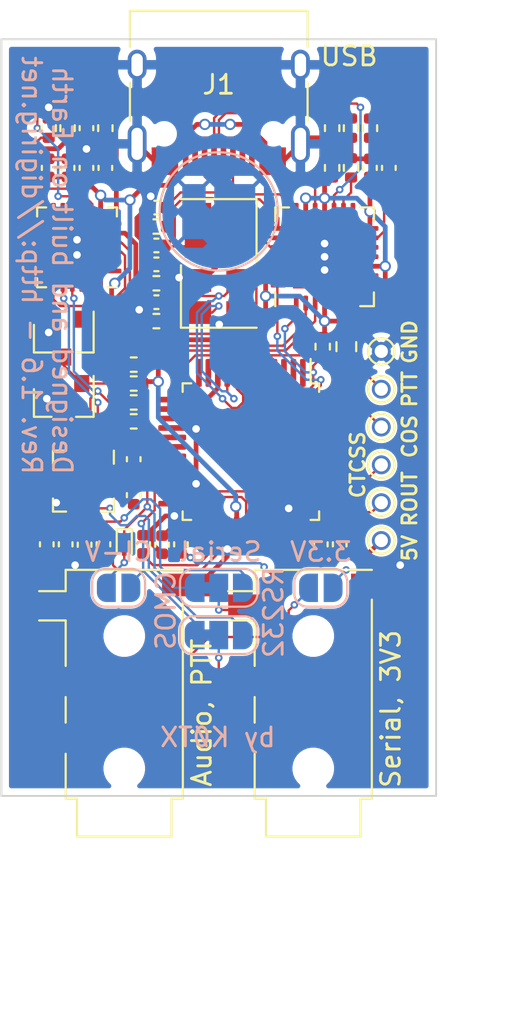
<source format=kicad_pcb>
(kicad_pcb (version 20171130) (host pcbnew "(5.1.10)-1")
  (layers (0 F.Cu signal) (31 B.Cu signal) (34 B.Paste user) (35 F.Paste user) (36 B.SilkS user) (37 F.SilkS user) (38 B.Mask user) (39 F.Mask user) (44 Edge.Cuts user))
  (net 0 "")
  (net 1 GND)
  (net 2 +3V3)
  (net 3 "Net-(C3-Pad1)")
  (net 4 +5V)
  (net 5 /RIG_AFOUT)
  (net 6 /RIG_AFIN)
  (net 7 /RIG_RXD)
  (net 8 /RIG_TXD)
  (net 9 "Net-(C2-Pad1)")
  (net 10 ~RESET)
  (net 11 /D0-)
  (net 12 /D0+)
  (net 13 "Net-(J1-PadB5)")
  (net 14 "Net-(J1-PadA5)")
  (net 15 "Net-(R8-Pad2)")
  (net 16 /COS)
  (net 17 /CTCSS)
  (net 18 /PTT)
  (net 19 "Net-(TP2-Pad1)")
  (net 20 "Net-(Q1-Pad3)")
  (net 21 "Net-(Q1-Pad1)")
  (net 22 CODEC_P)
  (net 23 RTS)
  (net 24 CODEC_N)
  (net 25 UART_P)
  (net 26 UART_N)
  (net 27 "Net-(C10-Pad1)")
  (net 28 "Net-(C11-Pad1)")
  (net 29 "Net-(C12-Pad1)")
  (net 30 "Net-(C15-Pad1)")
  (net 31 "Net-(C16-Pad2)")
  (net 32 "Net-(C17-Pad2)")
  (net 33 "Net-(R1-Pad1)")
  (net 34 "Net-(R6-Pad1)")
  (net 35 "Net-(R7-Pad1)")
  (net 36 "Net-(R10-Pad2)")
  (net 37 "Net-(D1-Pad2)")
  (net 38 /3V3_OUT)
  (net 39 "Net-(R17-Pad2)")
  (net 40 "Net-(R18-Pad2)")
  (net 41 /RIG_PTT)
  (net 42 "Net-(C18-Pad1)")
  (net 43 "Net-(D1-Pad1)")
  (net 44 "Net-(JP1-Pad1)")
  (net 45 "Net-(C19-Pad2)")
  (net 46 "Net-(C20-Pad1)")
  (net 47 "Net-(C21-Pad2)")
  (net 48 "Net-(C21-Pad1)")
  (net 49 "Net-(C22-Pad2)")
  (net 50 "Net-(C22-Pad1)")
  (net 51 "Net-(JP2-Pad3)")
  (net 52 "Net-(JP3-Pad3)")
  (net 53 "Net-(JP4-Pad2)")
  (module Diode_SMD:D_SOD-923 (layer F.Cu) (at 6.5 26.7 270)
    (fp_text reference D1 hide)
    (fp_text value D)
    (pad 2 smd rect (at 0.42 0 90) (size 0.36 0.25) (layers F.Cu F.Paste F.Mask) (net 37 "Net-(D1-Pad2)"))
    (pad 1 smd rect (at -0.42 0 90) (size 0.36 0.25) (layers F.Cu F.Paste F.Mask) (net 43 "Net-(D1-Pad1)"))
  )
  (module footprints:SolderJumper2-BCu (layer F.Cu) (at 6.2 29 180)
    (fp_text reference JP1)
    (fp_text value CI-V (at 0 1.9) (layer B.SilkS) (effects (justify mirror)))
    (pad 1 smd custom (at -0.65 0 180) (size 1 0.5) (layers B.Cu B.Mask) (net 44 "Net-(JP1-Pad1)") (options (clearance outline) (anchor rect)) (primitives (gr_circle (center 0 0.25) (end 0.5 0.25) (width 0)) (gr_circle (center 0 -0.25) (end 0.5 -0.25) (width 0)) (gr_poly (pts (xy 0 -0.75) (xy 0.5 -0.75) (xy 0.5 0.75) (xy 0 0.75)) (width 0))))
    (pad 2 smd custom (at 0.65 0 180) (size 1 0.5) (layers B.Cu B.Mask) (net 37 "Net-(D1-Pad2)") (options (clearance outline) (anchor rect)) (primitives (gr_circle (center 0 0.25) (end 0.5 0.25) (width 0)) (gr_circle (center 0 -0.25) (end 0.5 -0.25) (width 0)) (gr_poly (pts (xy 0 -0.75) (xy -0.5 -0.75) (xy -0.5 0.75) (xy 0 0.75)) (width 0))))
  )
  (module footprints:SolderJumper2-BCu (layer F.Cu) (at 16.9 29)
    (fp_text reference JP4)
    (fp_text value 3.3V (at 0 -1.9) (layer B.SilkS) (effects (justify mirror)))
    (pad 1 smd custom (at -0.65 0) (size 1 0.5) (layers B.Cu B.Mask) (net 38 /3V3_OUT) (options (clearance outline) (anchor rect)) (primitives (gr_circle (center 0 0.25) (end 0.5 0.25) (width 0)) (gr_circle (center 0 -0.25) (end 0.5 -0.25) (width 0)) (gr_poly (pts (xy 0 -0.75) (xy 0.5 -0.75) (xy 0.5 0.75) (xy 0 0.75)) (width 0))))
    (pad 2 smd custom (at 0.65 0) (size 1 0.5) (layers B.Cu B.Mask) (net 53 "Net-(JP4-Pad2)") (options (clearance outline) (anchor rect)) (primitives (gr_circle (center 0 0.25) (end 0.5 0.25) (width 0)) (gr_circle (center 0 -0.25) (end 0.5 -0.25) (width 0)) (gr_poly (pts (xy 0 -0.75) (xy -0.5 -0.75) (xy -0.5 0.75) (xy 0 0.75)) (width 0))))
  )
  (module Package_DFN_QFN:QFN-12-1EP_3x3mm_P0.51mm_EP1.45x1.45mm (layer F.Cu) (at 4.34 23.36 270)
    (fp_text reference U4)
    (fp_text value ADM3101E)
    (pad 13 smd rect (at 0 0 270) (size 1.45 1.45) (layers F.Cu F.Mask) (net 1 GND))
    (pad 12 smd roundrect (at -0.51 -1.4375 270) (size 0.3 0.875) (layers F.Cu F.Paste F.Mask) (net 47 "Net-(C21-Pad2)"))
    (pad 11 smd roundrect (at 0 -1.4375 270) (size 0.3 0.875) (layers F.Cu F.Paste F.Mask) (net 50 "Net-(C22-Pad1)"))
    (pad 10 smd roundrect (at 0.51 -1.4375 270) (size 0.3 0.875) (layers F.Cu F.Paste F.Mask) (net 49 "Net-(C22-Pad2)"))
    (pad 9 smd roundrect (at 1.4375 -0.51 270) (size 0.875 0.3) (layers F.Cu F.Paste F.Mask) (net 52 "Net-(JP3-Pad3)"))
    (pad 8 smd roundrect (at 1.4375 0 270) (size 0.875 0.3) (layers F.Cu F.Paste F.Mask) (net 51 "Net-(JP2-Pad3)"))
    (pad 7 smd roundrect (at 1.4375 0.51 270) (size 0.875 0.3) (layers F.Cu F.Paste F.Mask) (net 46 "Net-(C20-Pad1)"))
    (pad 6 smd roundrect (at 0.51 1.4375 270) (size 0.3 0.875) (layers F.Cu F.Paste F.Mask) (net 1 GND))
    (pad 5 smd roundrect (at 0 1.4375 270) (size 0.3 0.875) (layers F.Cu F.Paste F.Mask) (net 42 "Net-(C18-Pad1)"))
    (pad 4 smd roundrect (at -0.51 1.4375 270) (size 0.3 0.875) (layers F.Cu F.Paste F.Mask) (net 45 "Net-(C19-Pad2)"))
    (pad 3 smd roundrect (at -1.4375 0.51 270) (size 0.875 0.3) (layers F.Cu F.Paste F.Mask) (net 40 "Net-(R18-Pad2)"))
    (pad 2 smd roundrect (at -1.4375 0 270) (size 0.875 0.3) (layers F.Cu F.Paste F.Mask) (net 39 "Net-(R17-Pad2)"))
    (pad 1 smd roundrect (at -1.4375 -0.51 270) (size 0.875 0.3) (layers F.Cu F.Paste F.Mask) (net 48 "Net-(C21-Pad1)"))
  )
  (module footprints:SolderJumper3-BCu (layer F.Cu) (at 11.5 31.5)
    (fp_text reference JP3 hide)
    (fp_text value Serial hide)
    (fp_poly (pts (xy -0.9 -0.3) (xy -0.4 -0.3) (xy -0.4 0.3) (xy -0.9 0.3)) (layer B.Cu) (width 0))
    (fp_text user CMOS (at -2.8 -1.3 90) (layer B.SilkS) (effects (justify mirror)))
    (fp_text user RS232 (at 2.9 -1.2 90) (layer B.SilkS) (effects (justify mirror)))
    (pad 1 smd custom (at -1.3 0) (size 1 0.5) (layers B.Cu B.Mask) (net 44 "Net-(JP1-Pad1)") (options (clearance outline) (anchor rect)) (primitives (gr_poly (pts (xy 0.55 -0.75) (xy 0 -0.75) (xy 0 0.75) (xy 0.55 0.75)) (width 0)) (gr_circle (center 0 0.25) (end 0.5 0.25) (width 0)) (gr_circle (center 0 -0.25) (end 0.5 -0.25) (width 0))))
    (pad 2 smd rect (at 0 0) (size 1 1.5) (layers B.Cu B.Mask) (net 8 /RIG_TXD))
    (pad 3 smd custom (at 1.3 0) (size 1 0.5) (layers B.Cu B.Mask) (net 52 "Net-(JP3-Pad3)") (options (clearance outline) (anchor rect)) (primitives (gr_circle (center 0 0.25) (end 0.5 0.25) (width 0)) (gr_circle (center 0 -0.25) (end 0.5 -0.25) (width 0)) (gr_poly (pts (xy -0.55 -0.75) (xy 0 -0.75) (xy 0 0.75) (xy -0.55 0.75)) (width 0))))
  )
  (module footprints:SolderJumper3-BCu (layer F.Cu) (at 11.5 29)
    (fp_text reference JP2 hide)
    (fp_text value Serial (at 0.1 -1.9) (layer B.SilkS) (effects (justify mirror)))
    (fp_poly (pts (xy -0.9 -0.3) (xy -0.4 -0.3) (xy -0.4 0.3) (xy -0.9 0.3)) (layer B.Cu) (width 0))
    (pad 1 smd custom (at -1.3 0) (size 1 0.5) (layers B.Cu B.Mask) (net 43 "Net-(D1-Pad1)") (options (clearance outline) (anchor rect)) (primitives (gr_poly (pts (xy 0.55 -0.75) (xy 0 -0.75) (xy 0 0.75) (xy 0.55 0.75)) (width 0)) (gr_circle (center 0 0.25) (end 0.5 0.25) (width 0)) (gr_circle (center 0 -0.25) (end 0.5 -0.25) (width 0))))
    (pad 2 smd rect (at 0 0) (size 1 1.5) (layers B.Cu B.Mask) (net 7 /RIG_RXD))
    (pad 3 smd custom (at 1.3 0) (size 1 0.5) (layers B.Cu B.Mask) (net 51 "Net-(JP2-Pad3)") (options (clearance outline) (anchor rect)) (primitives (gr_circle (center 0 0.25) (end 0.5 0.25) (width 0)) (gr_circle (center 0 -0.25) (end 0.5 -0.25) (width 0)) (gr_poly (pts (xy -0.55 -0.75) (xy 0 -0.75) (xy 0 0.75) (xy -0.55 0.75)) (width 0))))
  )
  (module Capacitor_SMD:C_0402_1005Metric (layer F.Cu) (at 7 24.1 270)
    (fp_text reference C22)
    (fp_text value 100nF)
    (pad 2 smd roundrect (at 0.48 0 270) (size 0.56 0.62) (layers F.Cu F.Paste F.Mask) (net 49 "Net-(C22-Pad2)"))
    (pad 1 smd roundrect (at -0.48 0 270) (size 0.56 0.62) (layers F.Cu F.Paste F.Mask) (net 50 "Net-(C22-Pad1)"))
  )
  (module Capacitor_SMD:C_0402_1005Metric (layer F.Cu) (at 7 22.2 270)
    (fp_text reference C21)
    (fp_text value 100nF)
    (pad 2 smd roundrect (at 0.48 0 270) (size 0.56 0.62) (layers F.Cu F.Paste F.Mask) (net 47 "Net-(C21-Pad2)"))
    (pad 1 smd roundrect (at -0.48 0 270) (size 0.56 0.62) (layers F.Cu F.Paste F.Mask) (net 48 "Net-(C21-Pad1)"))
  )
  (module Capacitor_SMD:C_0402_1005Metric (layer F.Cu) (at 4.4 26.72 270)
    (fp_text reference C20)
    (fp_text value 100nF)
    (pad 2 smd roundrect (at 0.48 0 270) (size 0.56 0.62) (layers F.Cu F.Paste F.Mask) (net 1 GND))
    (pad 1 smd roundrect (at -0.48 0 270) (size 0.56 0.62) (layers F.Cu F.Paste F.Mask) (net 46 "Net-(C20-Pad1)"))
  )
  (module Capacitor_SMD:C_0402_1005Metric (layer F.Cu) (at 2.4 26.7 270)
    (fp_text reference C19)
    (fp_text value 100nF)
    (pad 2 smd roundrect (at 0.48 0 270) (size 0.56 0.62) (layers F.Cu F.Paste F.Mask) (net 45 "Net-(C19-Pad2)"))
    (pad 1 smd roundrect (at -0.48 0 270) (size 0.56 0.62) (layers F.Cu F.Paste F.Mask) (net 42 "Net-(C18-Pad1)"))
  )
  (module Capacitor_SMD:C_0402_1005Metric (layer F.Cu) (at 3.4 26.7 270)
    (fp_text reference C18)
    (fp_text value 100nF)
    (pad 2 smd roundrect (at 0.48 0 270) (size 0.56 0.62) (layers F.Cu F.Paste F.Mask) (net 1 GND))
    (pad 1 smd roundrect (at -0.48 0 270) (size 0.56 0.62) (layers F.Cu F.Paste F.Mask) (net 42 "Net-(C18-Pad1)"))
  )
  (module Resistor_SMD:R_0603_1608Metric (layer F.Cu) (at 18.25 16.25 270)
    (fp_text reference TH1 hide)
    (fp_text value 0.01A)
    (pad 2 smd roundrect (at 0.825 0 270) (size 0.8 0.95) (layers F.Cu F.Paste F.Mask) (net 53 "Net-(JP4-Pad2)"))
    (pad 1 smd roundrect (at -0.825 0 270) (size 0.8 0.95) (layers F.Cu F.Paste F.Mask) (net 2 +3V3))
  )
  (module Connector_Audio:Jack_3.5mm_PJ320D_Horizontal (layer F.Cu) (at 6.5 33.775 90)
    (fp_text reference J3)
    (fp_text value "Audio, PTT" (at -1.825 4.1 90) (layer F.SilkS))
    (pad "" np_thru_hole circle (at 2.225 0 90) (size 1.5 1.5) (drill 1.5) (layers *.Cu *.Mask))
    (pad "" np_thru_hole circle (at -4.775 0 90) (size 1.5 1.5) (drill 1.5) (layers *.Cu *.Mask))
    (pad R2 smd rect (at -3.175 -3.25 90) (size 1.2 2.5) (layers F.Cu F.Paste F.Mask) (net 41 /RIG_PTT))
    (pad R1 smd rect (at -0.175 -3.25 90) (size 1.2 2.5) (layers F.Cu F.Paste F.Mask) (net 6 /RIG_AFIN))
    (pad T smd rect (at 3.825 -3.25 90) (size 1.2 2.5) (layers F.Cu F.Paste F.Mask) (net 5 /RIG_AFOUT))
    (pad S smd rect (at 4.925 3.25 90) (size 1.2 2.5) (layers F.Cu F.Paste F.Mask) (net 1 GND))
  )
  (module Connector_Audio:Jack_3.5mm_PJ320D_Horizontal (layer F.Cu) (at 16.5 33.775 90)
    (fp_text reference J2)
    (fp_text value "Serial, 3V3" (at -1.625 4.1 90) (layer F.SilkS))
    (pad "" np_thru_hole circle (at 2.225 0 90) (size 1.5 1.5) (drill 1.5) (layers *.Cu *.Mask))
    (pad "" np_thru_hole circle (at -4.775 0 90) (size 1.5 1.5) (drill 1.5) (layers *.Cu *.Mask))
    (pad R2 smd rect (at -3.175 -3.25 90) (size 1.2 2.5) (layers F.Cu F.Paste F.Mask) (net 38 /3V3_OUT))
    (pad R1 smd rect (at -0.175 -3.25 90) (size 1.2 2.5) (layers F.Cu F.Paste F.Mask) (net 8 /RIG_TXD))
    (pad T smd rect (at 3.825 -3.25 90) (size 1.2 2.5) (layers F.Cu F.Paste F.Mask) (net 7 /RIG_RXD))
    (pad S smd rect (at 4.925 3.25 90) (size 1.2 2.5) (layers F.Cu F.Paste F.Mask) (net 1 GND))
  )
  (module Connector_USB:USB_C_Receptacle_HRO_TYPE-C-31-M-12 (layer F.Cu) (at 11.5 2.4 180)
    (fp_text reference J1 (at 0 0) (layer F.SilkS))
    (fp_text value USB (at -6.9 1.5) (layer F.SilkS))
    (pad B1 smd rect (at 3.25 -4.045 180) (size 0.6 1.45) (layers F.Cu F.Paste F.Mask) (net 1 GND))
    (pad A9 smd rect (at 2.45 -4.045 180) (size 0.6 1.45) (layers F.Cu F.Paste F.Mask) (net 4 +5V))
    (pad B9 smd rect (at -2.45 -4.045 180) (size 0.6 1.45) (layers F.Cu F.Paste F.Mask) (net 4 +5V))
    (pad B12 smd rect (at -3.25 -4.045 180) (size 0.6 1.45) (layers F.Cu F.Paste F.Mask) (net 1 GND))
    (pad A1 smd rect (at -3.25 -4.045 180) (size 0.6 1.45) (layers F.Cu F.Paste F.Mask) (net 1 GND))
    (pad A4 smd rect (at -2.45 -4.045 180) (size 0.6 1.45) (layers F.Cu F.Paste F.Mask) (net 4 +5V))
    (pad B4 smd rect (at 2.45 -4.045 180) (size 0.6 1.45) (layers F.Cu F.Paste F.Mask) (net 4 +5V))
    (pad A12 smd rect (at 3.25 -4.045 180) (size 0.6 1.45) (layers F.Cu F.Paste F.Mask) (net 1 GND))
    (pad B8 smd rect (at -1.75 -4.045 180) (size 0.3 1.45) (layers F.Cu F.Paste F.Mask))
    (pad A5 smd rect (at -1.25 -4.045 180) (size 0.3 1.45) (layers F.Cu F.Paste F.Mask) (net 14 "Net-(J1-PadA5)"))
    (pad B7 smd rect (at -0.75 -4.045 180) (size 0.3 1.45) (layers F.Cu F.Paste F.Mask) (net 11 /D0-))
    (pad A7 smd rect (at 0.25 -4.045 180) (size 0.3 1.45) (layers F.Cu F.Paste F.Mask) (net 11 /D0-))
    (pad B6 smd rect (at 0.75 -4.045 180) (size 0.3 1.45) (layers F.Cu F.Paste F.Mask) (net 12 /D0+))
    (pad A8 smd rect (at 1.25 -4.045 180) (size 0.3 1.45) (layers F.Cu F.Paste F.Mask))
    (pad B5 smd rect (at 1.75 -4.045 180) (size 0.3 1.45) (layers F.Cu F.Paste F.Mask) (net 13 "Net-(J1-PadB5)"))
    (pad A6 smd rect (at -0.25 -4.045 180) (size 0.3 1.45) (layers F.Cu F.Paste F.Mask) (net 12 /D0+))
    (pad S1 thru_hole oval (at 4.32 -3.13 180) (size 1 2.1) (drill oval 0.6 1.7) (layers *.Cu *.Mask) (net 1 GND))
    (pad S1 thru_hole oval (at -4.32 -3.13 180) (size 1 2.1) (drill oval 0.6 1.7) (layers *.Cu *.Mask) (net 1 GND))
    (pad "" np_thru_hole circle (at -2.89 -2.6 180) (size 0.65 0.65) (drill 0.65) (layers *.Cu *.Mask))
    (pad S1 thru_hole oval (at -4.32 1.05 180) (size 1 1.6) (drill oval 0.6 1.2) (layers *.Cu *.Mask) (net 1 GND))
    (pad "" np_thru_hole circle (at 2.89 -2.6 180) (size 0.65 0.65) (drill 0.65) (layers *.Cu *.Mask))
    (pad S1 thru_hole oval (at 4.32 1.05 180) (size 1 1.6) (drill oval 0.6 1.2) (layers *.Cu *.Mask) (net 1 GND))
  )
  (module Resistor_SMD:R_0402_1005Metric (layer F.Cu) (at 7 18.2)
    (fp_text reference R13 hide)
    (fp_text value 12K hide)
    (pad 2 smd roundrect (at 0.51 0) (size 0.54 0.64) (layers F.Cu F.Paste F.Mask) (net 4 +5V))
    (pad 1 smd roundrect (at -0.51 0) (size 0.54 0.64) (layers F.Cu F.Paste F.Mask) (net 20 "Net-(Q1-Pad3)"))
  )
  (module Resistor_SMD:R_0402_1005Metric (layer F.Cu) (at 7 17.2 180)
    (fp_text reference R12 hide)
    (fp_text value 12K hide)
    (pad 2 smd roundrect (at 0.51 0 180) (size 0.54 0.64) (layers F.Cu F.Paste F.Mask) (net 21 "Net-(Q1-Pad1)"))
    (pad 1 smd roundrect (at -0.51 0 180) (size 0.54 0.64) (layers F.Cu F.Paste F.Mask) (net 23 RTS))
  )
  (module Package_TO_SOT_SMD:SOT-23 (layer F.Cu) (at 3.3 19.2 270)
    (fp_text reference Q2 hide)
    (fp_text value MMBT5551L hide)
    (pad 3 smd rect (at 1 0 270) (size 0.9 0.8) (layers F.Cu F.Paste F.Mask) (net 41 /RIG_PTT))
    (pad 2 smd rect (at -1 0.95 270) (size 0.9 0.8) (layers F.Cu F.Paste F.Mask) (net 1 GND))
    (pad 1 smd rect (at -1 -0.95 270) (size 0.9 0.8) (layers F.Cu F.Paste F.Mask) (net 20 "Net-(Q1-Pad3)"))
  )
  (module Package_TO_SOT_SMD:SOT-23 (layer F.Cu) (at 3.3 15.8 270)
    (fp_text reference Q1 hide)
    (fp_text value MMBT5551L hide)
    (pad 3 smd rect (at 1 0 270) (size 0.9 0.8) (layers F.Cu F.Paste F.Mask) (net 20 "Net-(Q1-Pad3)"))
    (pad 2 smd rect (at -1 0.95 270) (size 0.9 0.8) (layers F.Cu F.Paste F.Mask) (net 1 GND))
    (pad 1 smd rect (at -1 -0.95 270) (size 0.9 0.8) (layers F.Cu F.Paste F.Mask) (net 21 "Net-(Q1-Pad1)"))
  )
  (module Crystal:Crystal_SMD_3225-4Pin_3.2x2.5mm (layer F.Cu) (at 11.5 10.1 180)
    (fp_text reference Y1 hide)
    (fp_text value 24MHz hide)
    (pad 4 smd rect (at -1.1 -0.85 180) (size 1.4 1.2) (layers F.Cu F.Paste F.Mask) (net 1 GND))
    (pad 3 smd rect (at 1.1 -0.85 180) (size 1.4 1.2) (layers F.Cu F.Paste F.Mask) (net 3 "Net-(C3-Pad1)"))
    (pad 2 smd rect (at 1.1 0.85 180) (size 1.4 1.2) (layers F.Cu F.Paste F.Mask) (net 1 GND))
    (pad 1 smd rect (at -1.1 0.85 180) (size 1.4 1.2) (layers F.Cu F.Paste F.Mask) (net 9 "Net-(C2-Pad1)"))
  )
  (module Crystal:Crystal_SMD_3225-4Pin_3.2x2.5mm (layer F.Cu) (at 11.5 13.6)
    (fp_text reference Y2 hide)
    (fp_text value 12MHz hide)
    (pad 4 smd rect (at -1.1 -0.85) (size 1.4 1.2) (layers F.Cu F.Paste F.Mask) (net 1 GND))
    (pad 3 smd rect (at 1.1 -0.85) (size 1.4 1.2) (layers F.Cu F.Paste F.Mask) (net 28 "Net-(C11-Pad1)"))
    (pad 2 smd rect (at 1.1 0.85) (size 1.4 1.2) (layers F.Cu F.Paste F.Mask) (net 1 GND))
    (pad 1 smd rect (at -1.1 0.85) (size 1.4 1.2) (layers F.Cu F.Paste F.Mask) (net 29 "Net-(C12-Pad1)"))
  )
  (module footprints:TP (layer F.Cu) (at 20.1 16.5)
    (fp_text reference TP6 hide)
    (fp_text value GND (at 1.5 -0.5 90) (layer F.SilkS) (effects (font (size 0.75 0.75))))
    (pad 1 thru_hole circle (at 0 0) (size 1 1) (drill 0.7) (layers *.Cu *.Mask) (net 1 GND))
  )
  (module footprints:TP (layer F.Cu) (at 20.1 22.5)
    (fp_text reference TP5 hide)
    (fp_text value CTCSS (at -1.25 0 270) (layer F.SilkS) (effects (font (size 0.75 0.75))))
    (pad 1 thru_hole circle (at 0 0) (size 1 1) (drill 0.7) (layers *.Cu *.Mask) (net 17 /CTCSS))
  )
  (module footprints:TP (layer F.Cu) (at 20.1 20.5)
    (fp_text reference TP4 hide)
    (fp_text value COS (at 1.5 0.5 90) (layer F.SilkS) (effects (font (size 0.75 0.75))))
    (pad 1 thru_hole circle (at 0 0) (size 1 1) (drill 0.7) (layers *.Cu *.Mask) (net 16 /COS))
  )
  (module footprints:TP (layer F.Cu) (at 20.1 18.5)
    (fp_text reference TP3 hide)
    (fp_text value PTT (at 1.5 0 90) (layer F.SilkS) (effects (font (size 0.75 0.75))))
    (pad 1 thru_hole circle (at 0 0) (size 1 1) (drill 0.7) (layers *.Cu *.Mask) (net 18 /PTT))
  )
  (module footprints:TP (layer F.Cu) (at 20.1 24.5)
    (fp_text reference TP2 hide)
    (fp_text value ROUT (at 1.5 -0.2 90) (layer F.SilkS) (effects (font (size 0.75 0.75))))
    (pad 1 thru_hole circle (at 0 0) (size 1 1) (drill 0.7) (layers *.Cu *.Mask) (net 19 "Net-(TP2-Pad1)"))
  )
  (module footprints:TP (layer F.Cu) (at 20.1 26.5)
    (fp_text reference TP1 hide)
    (fp_text value 5V (at 1.5 0.4 90) (layer F.SilkS) (effects (font (size 0.75 0.75))))
    (pad 1 thru_hole circle (at 0 0) (size 1 1) (drill 0.7) (layers *.Cu *.Mask) (net 4 +5V))
  )
  (module Capacitor_SMD:C_0402_1005Metric (layer F.Cu) (at 9.5 26.7 90)
    (fp_text reference C17 hide)
    (fp_text value 10uF hide)
    (pad 2 smd roundrect (at 0.48 0 90) (size 0.56 0.62) (layers F.Cu F.Paste F.Mask) (net 32 "Net-(C17-Pad2)"))
    (pad 1 smd roundrect (at -0.48 0 90) (size 0.56 0.62) (layers F.Cu F.Paste F.Mask) (net 6 /RIG_AFIN))
  )
  (module Resistor_SMD:R_0402_1005Metric (layer F.Cu) (at 3.5 4.7 270)
    (fp_text reference R1 hide)
    (fp_text value 12K hide)
    (pad 2 smd roundrect (at 0.51 0 270) (size 0.54 0.64) (layers F.Cu F.Paste F.Mask) (net 4 +5V))
    (pad 1 smd roundrect (at -0.51 0 270) (size 0.54 0.64) (layers F.Cu F.Paste F.Mask) (net 33 "Net-(R1-Pad1)"))
  )
  (module Resistor_SMD:R_0402_1005Metric (layer F.Cu) (at 2.5 4.7 270)
    (fp_text reference R2 hide)
    (fp_text value 27K hide)
    (pad 2 smd roundrect (at 0.51 0 270) (size 0.54 0.64) (layers F.Cu F.Paste F.Mask) (net 33 "Net-(R1-Pad1)"))
    (pad 1 smd roundrect (at -0.51 0 270) (size 0.54 0.64) (layers F.Cu F.Paste F.Mask) (net 1 GND))
  )
  (module Resistor_SMD:R_0402_1005Metric (layer F.Cu) (at 17 16.25 90)
    (fp_text reference R11 hide)
    (fp_text value 1K5 hide)
    (pad 2 smd roundrect (at 0.51 0 90) (size 0.54 0.64) (layers F.Cu F.Paste F.Mask) (net 2 +3V3))
    (pad 1 smd roundrect (at -0.51 0 90) (size 0.54 0.64) (layers F.Cu F.Paste F.Mask) (net 22 CODEC_P))
  )
  (module Resistor_SMD:R_0402_1005Metric (layer F.Cu) (at 18.5 6.8 270)
    (fp_text reference R8 hide)
    (fp_text value 100K hide)
    (pad 2 smd roundrect (at 0.51 0 270) (size 0.54 0.64) (layers F.Cu F.Paste F.Mask) (net 15 "Net-(R8-Pad2)"))
    (pad 1 smd roundrect (at -0.51 0 270) (size 0.54 0.64) (layers F.Cu F.Paste F.Mask) (net 1 GND))
  )
  (module Resistor_SMD:R_0402_1005Metric (layer F.Cu) (at 17.5 6.8 270)
    (fp_text reference R6 hide)
    (fp_text value 100K hide)
    (pad 2 smd roundrect (at 0.51 0 270) (size 0.54 0.64) (layers F.Cu F.Paste F.Mask) (net 2 +3V3))
    (pad 1 smd roundrect (at -0.51 0 270) (size 0.54 0.64) (layers F.Cu F.Paste F.Mask) (net 34 "Net-(R6-Pad1)"))
  )
  (module Resistor_SMD:R_0402_1005Metric (layer F.Cu) (at 17.5 4.7 90)
    (fp_text reference R5 hide)
    (fp_text value 5K1 hide)
    (pad 2 smd roundrect (at 0.51 0 90) (size 0.54 0.64) (layers F.Cu F.Paste F.Mask) (net 14 "Net-(J1-PadA5)"))
    (pad 1 smd roundrect (at -0.51 0 90) (size 0.54 0.64) (layers F.Cu F.Paste F.Mask) (net 1 GND))
  )
  (module Resistor_SMD:R_0402_1005Metric (layer F.Cu) (at 18.5 4.7 90)
    (fp_text reference R3 hide)
    (fp_text value 5K1 hide)
    (pad 2 smd roundrect (at 0.51 0 90) (size 0.54 0.64) (layers F.Cu F.Paste F.Mask) (net 13 "Net-(J1-PadB5)"))
    (pad 1 smd roundrect (at -0.51 0 90) (size 0.54 0.64) (layers F.Cu F.Paste F.Mask) (net 1 GND))
  )
  (module footprints:digirig-logo-6mm (layer F.Cu) (at 11.5 9.1)
    (fp_text reference L1 hide)
    (fp_text value LOGO hide)
    (fp_poly (pts (xy 0.201786 -2.978045) (xy 0.47019 -2.956382) (xy 0.721251 -2.911151) (xy 0.965101 -2.840288) (xy 1.21187 -2.741731) (xy 1.322916 -2.689583) (xy 1.595655 -2.540767) (xy 1.838481 -2.373973) (xy 2.062615 -2.181244) (xy 2.122822 -2.122282) (xy 2.303094 -1.92864) (xy 2.45404 -1.737104) (xy 2.585582 -1.533909) (xy 2.698945 -1.322917) (xy 2.812024 -1.073308) (xy 2.896676 -0.833637) (xy 2.955073 -0.593511) (xy 2.989385 -0.342536) (xy 3.001784 -0.07032) (xy 2.999369 0.115259) (xy 2.992362 0.270493) (xy 2.981903 0.414684) (xy 2.968899 0.537675) (xy 2.954255 0.62931) (xy 2.953035 0.635) (xy 2.855632 0.981127) (xy 2.719872 1.309805) (xy 2.54672 1.619268) (xy 2.33714 1.90775) (xy 2.136509 2.129698) (xy 1.870166 2.367879) (xy 1.579879 2.571571) (xy 1.267898 2.739539) (xy 0.936474 2.870547) (xy 0.635 2.953294) (xy 0.536469 2.969253) (xy 0.406001 2.981935) (xy 0.253878 2.991136) (xy 0.090383 2.996656) (xy -0.0742 2.998291) (xy -0.229588 2.99584) (xy -0.365498 2.989101) (xy -0.471646 2.97787) (xy -0.486834 2.97535) (xy -0.834937 2.894738) (xy -1.158037 2.781123) (xy -1.459828 2.63262) (xy -1.744005 2.447347) (xy -2.014266 2.22342) (xy -2.075576 2.165545) (xy -2.282361 1.948363) (xy -2.455587 1.72662) (xy -2.483739 1.681411) (xy -2.010943 1.681411) (xy -1.889843 1.803789) (xy -1.768742 1.926166) (xy -0.834638 1.926166) (xy -0.719667 1.80975) (xy -0.604697 1.693333) (xy -0.719667 1.576916) (xy -0.834638 1.4605) (xy -1.787253 1.4605) (xy -1.899098 1.570955) (xy -2.010943 1.681411) (xy -2.483739 1.681411) (xy -2.603504 1.489086) (xy -2.678795 1.344083) (xy -2.778802 1.12309) (xy -2.855586 0.914968) (xy -2.915324 0.702131) (xy -2.935383 0.613833) (xy -2.953528 0.497652) (xy -2.96478 0.36897) (xy -2.370667 0.36897) (xy -2.370667 1.321585) (xy -2.260237 1.433404) (xy -2.149807 1.545224) (xy -1.926167 1.324362) (xy -1.926167 0.371747) (xy -2.036597 0.259928) (xy -2.147028 0.148109) (xy -2.258847 0.258539) (xy -2.370667 0.36897) (xy -2.96478 0.36897) (xy -2.966433 0.350069) (xy -2.974098 0.181691) (xy -2.976521 0.003122) (xy -2.9737 -0.175029) (xy -2.965634 -0.342158) (xy -2.95232 -0.487658) (xy -2.935571 -0.592667) (xy -2.849108 -0.909291) (xy -2.727238 -1.222165) (xy -2.6858 -1.303197) (xy -2.370667 -1.303197) (xy -2.370667 -0.350582) (xy -2.260237 -0.238762) (xy -2.149807 -0.126943) (xy -2.037987 -0.237374) (xy -1.926167 -0.347804) (xy -1.926167 -1.300419) (xy -0.6985 -1.300419) (xy -0.6985 -0.350582) (xy -0.588045 -0.238736) (xy -0.477589 -0.126891) (xy -0.355211 -0.247992) (xy -0.232834 -0.369092) (xy -0.232834 -1.281909) (xy 1.926166 -1.281909) (xy 1.926166 -0.371645) (xy 2.04721 -0.249324) (xy 2.168255 -0.127003) (xy 2.280044 -0.237404) (xy 2.391833 -0.347804) (xy 2.391833 -1.300419) (xy 2.281377 -1.412265) (xy 2.170921 -1.52411) (xy 2.048544 -1.403009) (xy 1.926166 -1.281909) (xy -0.232834 -1.281909) (xy -0.355211 -1.403009) (xy -0.477589 -1.52411) (xy -0.588045 -1.412265) (xy -0.6985 -1.300419) (xy -1.926167 -1.300419) (xy -2.036597 -1.412239) (xy -2.147028 -1.524058) (xy -2.258847 -1.413627) (xy -2.370667 -1.303197) (xy -2.6858 -1.303197) (xy -2.575043 -1.51978) (xy -2.482642 -1.662973) (xy -2.010891 -1.662973) (xy -1.900461 -1.551154) (xy -1.79003 -1.439334) (xy -0.837415 -1.439334) (xy -0.725596 -1.549764) (xy -0.613776 -1.660194) (xy -0.625528 -1.672094) (xy 0.625935 -1.672094) (xy 0.855803 -1.439334) (xy 1.808418 -1.439334) (xy 1.920238 -1.549764) (xy 2.032057 -1.660194) (xy 1.921626 -1.772014) (xy 1.811196 -1.883834) (xy 0.834491 -1.883834) (xy 0.625935 -1.672094) (xy -0.625528 -1.672094) (xy -0.834638 -1.883834) (xy -1.787253 -1.883834) (xy -1.899072 -1.773404) (xy -2.010891 -1.662973) (xy -2.482642 -1.662973) (xy -2.420257 -1.759648) (xy -2.25332 -1.965215) (xy -2.054022 -2.166714) (xy -1.832133 -2.35592) (xy -1.597422 -2.524612) (xy -1.359657 -2.664568) (xy -1.322917 -2.68328) (xy -1.084664 -2.790575) (xy -0.850585 -2.871143) (xy -0.609587 -2.927647) (xy -0.350576 -2.962748) (xy -0.094093 -2.978204) (xy 0.201786 -2.978045)) (layer B.Cu) (width 0.01))
  )
  (module Package_DFN_QFN:QFN-28-1EP_5x5mm_P0.5mm_EP3.35x3.35mm (layer F.Cu) (at 17.1 11.5 90)
    (fp_text reference U2)
    (fp_text value USB2412-DZK-TR hide)
    (pad 29 smd rect (at 0 0 90) (size 3.35 3.35) (layers F.Cu F.Mask) (net 1 GND))
    (pad 28 smd roundrect (at -1.5 -2.45 90) (size 0.25 0.8) (layers F.Cu F.Paste F.Mask) (net 24 CODEC_N))
    (pad 27 smd roundrect (at -1 -2.45 90) (size 0.25 0.8) (layers F.Cu F.Paste F.Mask) (net 2 +3V3))
    (pad 26 smd roundrect (at -0.5 -2.45 90) (size 0.25 0.8) (layers F.Cu F.Paste F.Mask) (net 36 "Net-(R10-Pad2)"))
    (pad 25 smd roundrect (at 0 -2.45 90) (size 0.25 0.8) (layers F.Cu F.Paste F.Mask))
    (pad 24 smd roundrect (at 0.5 -2.45 90) (size 0.25 0.8) (layers F.Cu F.Paste F.Mask) (net 3 "Net-(C3-Pad1)"))
    (pad 23 smd roundrect (at 1 -2.45 90) (size 0.25 0.8) (layers F.Cu F.Paste F.Mask) (net 9 "Net-(C2-Pad1)"))
    (pad 22 smd roundrect (at 1.5 -2.45 90) (size 0.25 0.8) (layers F.Cu F.Paste F.Mask) (net 12 /D0+))
    (pad 21 smd roundrect (at 2.45 -1.5 90) (size 0.8 0.25) (layers F.Cu F.Paste F.Mask) (net 11 /D0-))
    (pad 20 smd roundrect (at 2.45 -1 90) (size 0.8 0.25) (layers F.Cu F.Paste F.Mask) (net 2 +3V3))
    (pad 19 smd roundrect (at 2.45 -0.5 90) (size 0.8 0.25) (layers F.Cu F.Paste F.Mask) (net 34 "Net-(R6-Pad1)"))
    (pad 18 smd roundrect (at 2.45 0 90) (size 0.8 0.25) (layers F.Cu F.Paste F.Mask) (net 2 +3V3))
    (pad 17 smd roundrect (at 2.45 0.5 90) (size 0.8 0.25) (layers F.Cu F.Paste F.Mask) (net 10 ~RESET))
    (pad 16 smd roundrect (at 2.45 1 90) (size 0.8 0.25) (layers F.Cu F.Paste F.Mask) (net 15 "Net-(R8-Pad2)"))
    (pad 15 smd roundrect (at 2.45 1.5 90) (size 0.8 0.25) (layers F.Cu F.Paste F.Mask) (net 1 GND))
    (pad 14 smd roundrect (at 1.5 2.45 90) (size 0.25 0.8) (layers F.Cu F.Paste F.Mask) (net 2 +3V3))
    (pad 13 smd roundrect (at 1 2.45 90) (size 0.25 0.8) (layers F.Cu F.Paste F.Mask) (net 35 "Net-(R7-Pad1)"))
    (pad 12 smd roundrect (at 0.5 2.45 90) (size 0.25 0.8) (layers F.Cu F.Paste F.Mask))
    (pad 11 smd roundrect (at 0 2.45 90) (size 0.25 0.8) (layers F.Cu F.Paste F.Mask))
    (pad 10 smd roundrect (at -0.5 2.45 90) (size 0.25 0.8) (layers F.Cu F.Paste F.Mask) (net 2 +3V3))
    (pad 9 smd roundrect (at -1 2.45 90) (size 0.25 0.8) (layers F.Cu F.Paste F.Mask))
    (pad 8 smd roundrect (at -1.5 2.45 90) (size 0.25 0.8) (layers F.Cu F.Paste F.Mask))
    (pad 7 smd roundrect (at -2.45 1.5 90) (size 0.8 0.25) (layers F.Cu F.Paste F.Mask))
    (pad 6 smd roundrect (at -2.45 1 90) (size 0.8 0.25) (layers F.Cu F.Paste F.Mask) (net 1 GND))
    (pad 5 smd roundrect (at -2.45 0.5 90) (size 0.8 0.25) (layers F.Cu F.Paste F.Mask))
    (pad 4 smd roundrect (at -2.45 0 90) (size 0.8 0.25) (layers F.Cu F.Paste F.Mask) (net 2 +3V3))
    (pad 3 smd roundrect (at -2.45 -0.5 90) (size 0.8 0.25) (layers F.Cu F.Paste F.Mask) (net 25 UART_P))
    (pad 2 smd roundrect (at -2.45 -1 90) (size 0.8 0.25) (layers F.Cu F.Paste F.Mask) (net 26 UART_N))
    (pad 1 smd roundrect (at -2.45 -1.5 90) (size 0.8 0.25) (layers F.Cu F.Paste F.Mask) (net 22 CODEC_P))
  )
  (module Resistor_SMD:R_0402_1005Metric (layer F.Cu) (at 7 19.2 180)
    (fp_text reference R18 hide)
    (fp_text value 33 hide)
    (pad 2 smd roundrect (at 0.51 0 180) (size 0.54 0.64) (layers F.Cu F.Paste F.Mask) (net 40 "Net-(R18-Pad2)"))
    (pad 1 smd roundrect (at -0.51 0 180) (size 0.54 0.64) (layers F.Cu F.Paste F.Mask) (net 43 "Net-(D1-Pad1)"))
  )
  (module Resistor_SMD:R_0402_1005Metric (layer F.Cu) (at 7 20.2 180)
    (fp_text reference R17 hide)
    (fp_text value 33 hide)
    (pad 2 smd roundrect (at 0.51 0 180) (size 0.54 0.64) (layers F.Cu F.Paste F.Mask) (net 39 "Net-(R17-Pad2)"))
    (pad 1 smd roundrect (at -0.51 0 180) (size 0.54 0.64) (layers F.Cu F.Paste F.Mask) (net 44 "Net-(JP1-Pad1)"))
  )
  (module Resistor_SMD:R_0402_1005Metric (layer F.Cu) (at 8.2 12.9 180)
    (fp_text reference R14 hide)
    (fp_text value 1M hide)
    (pad 2 smd roundrect (at 0.51 0 180) (size 0.54 0.64) (layers F.Cu F.Paste F.Mask) (net 29 "Net-(C12-Pad1)"))
    (pad 1 smd roundrect (at -0.51 0 180) (size 0.54 0.64) (layers F.Cu F.Paste F.Mask) (net 28 "Net-(C11-Pad1)"))
  )
  (module Capacitor_SMD:C_0402_1005Metric (layer F.Cu) (at 19.5 6.8 90)
    (fp_text reference C9 hide)
    (fp_text value 100nF hide)
    (pad 2 smd roundrect (at 0.48 0 90) (size 0.56 0.62) (layers F.Cu F.Paste F.Mask) (net 1 GND))
    (pad 1 smd roundrect (at -0.48 0 90) (size 0.56 0.62) (layers F.Cu F.Paste F.Mask) (net 2 +3V3))
  )
  (module Capacitor_SMD:C_0402_1005Metric (layer F.Cu) (at 20.5 6.8 90)
    (fp_text reference C8 hide)
    (fp_text value 10uF hide)
    (pad 2 smd roundrect (at 0.48 0 90) (size 0.56 0.62) (layers F.Cu F.Paste F.Mask) (net 1 GND))
    (pad 1 smd roundrect (at -0.48 0 90) (size 0.56 0.62) (layers F.Cu F.Paste F.Mask) (net 2 +3V3))
  )
  (module Package_DFN_QFN:QFN-24-1EP_4x4mm_P0.5mm_EP2.6x2.6mm (layer F.Cu) (at 4 11 180)
    (fp_text reference U1)
    (fp_text value CP2102N-A02-GQFN24 hide)
    (pad 1 smd roundrect (at -1.9375 -1.25 180) (size 0.825 0.25) (layers F.Cu F.Paste F.Mask))
    (pad 2 smd roundrect (at -1.9375 -0.75 180) (size 0.825 0.25) (layers F.Cu F.Paste F.Mask) (net 1 GND))
    (pad 3 smd roundrect (at -1.9375 -0.25 180) (size 0.825 0.25) (layers F.Cu F.Paste F.Mask) (net 25 UART_P))
    (pad 4 smd roundrect (at -1.9375 0.25 180) (size 0.825 0.25) (layers F.Cu F.Paste F.Mask) (net 26 UART_N))
    (pad 5 smd roundrect (at -1.9375 0.75 180) (size 0.825 0.25) (layers F.Cu F.Paste F.Mask) (net 2 +3V3))
    (pad 6 smd roundrect (at -1.9375 1.25 180) (size 0.825 0.25) (layers F.Cu F.Paste F.Mask) (net 2 +3V3))
    (pad 7 smd roundrect (at -1.25 1.9375 180) (size 0.25 0.825) (layers F.Cu F.Paste F.Mask) (net 4 +5V))
    (pad 8 smd roundrect (at -0.75 1.9375 180) (size 0.25 0.825) (layers F.Cu F.Paste F.Mask) (net 33 "Net-(R1-Pad1)"))
    (pad 9 smd roundrect (at -0.25 1.9375 180) (size 0.25 0.825) (layers F.Cu F.Paste F.Mask) (net 10 ~RESET))
    (pad 10 smd roundrect (at 0.25 1.9375 180) (size 0.25 0.825) (layers F.Cu F.Paste F.Mask))
    (pad 11 smd roundrect (at 0.75 1.9375 180) (size 0.25 0.825) (layers F.Cu F.Paste F.Mask))
    (pad 12 smd roundrect (at 1.25 1.9375 180) (size 0.25 0.825) (layers F.Cu F.Paste F.Mask))
    (pad 13 smd roundrect (at 1.9375 1.25 180) (size 0.825 0.25) (layers F.Cu F.Paste F.Mask))
    (pad 14 smd roundrect (at 1.9375 0.75 180) (size 0.825 0.25) (layers F.Cu F.Paste F.Mask))
    (pad 15 smd roundrect (at 1.9375 0.25 180) (size 0.825 0.25) (layers F.Cu F.Paste F.Mask))
    (pad 16 smd roundrect (at 1.9375 -0.25 180) (size 0.825 0.25) (layers F.Cu F.Paste F.Mask))
    (pad 17 smd roundrect (at 1.9375 -0.75 180) (size 0.825 0.25) (layers F.Cu F.Paste F.Mask))
    (pad 18 smd roundrect (at 1.9375 -1.25 180) (size 0.825 0.25) (layers F.Cu F.Paste F.Mask))
    (pad 19 smd roundrect (at 1.25 -1.9375 180) (size 0.25 0.825) (layers F.Cu F.Paste F.Mask) (net 23 RTS))
    (pad 20 smd roundrect (at 0.75 -1.9375 180) (size 0.25 0.825) (layers F.Cu F.Paste F.Mask) (net 39 "Net-(R17-Pad2)"))
    (pad 21 smd roundrect (at 0.25 -1.9375 180) (size 0.25 0.825) (layers F.Cu F.Paste F.Mask) (net 40 "Net-(R18-Pad2)"))
    (pad 22 smd roundrect (at -0.25 -1.9375 180) (size 0.25 0.825) (layers F.Cu F.Paste F.Mask))
    (pad 23 smd roundrect (at -0.75 -1.9375 180) (size 0.25 0.825) (layers F.Cu F.Paste F.Mask))
    (pad 24 smd roundrect (at -1.25 -1.9375 180) (size 0.25 0.825) (layers F.Cu F.Paste F.Mask))
    (pad 25 smd rect (at 0 0 180) (size 2.6 2.6) (layers F.Cu F.Mask) (net 1 GND))
  )
  (module Package_QFP:LQFP-48_7x7mm_P0.5mm (layer F.Cu) (at 13.2 21.8 270)
    (fp_text reference U3)
    (fp_text value CM108 hide)
    (pad 48 smd roundrect (at -2.75 -4.1625 270) (size 0.3 1.475) (layers F.Cu F.Paste F.Mask) (net 16 /COS))
    (pad 47 smd roundrect (at -2.25 -4.1625 270) (size 0.3 1.475) (layers F.Cu F.Paste F.Mask))
    (pad 46 smd roundrect (at -1.75 -4.1625 270) (size 0.3 1.475) (layers F.Cu F.Paste F.Mask))
    (pad 45 smd roundrect (at -1.25 -4.1625 270) (size 0.3 1.475) (layers F.Cu F.Paste F.Mask))
    (pad 44 smd roundrect (at -0.75 -4.1625 270) (size 0.3 1.475) (layers F.Cu F.Paste F.Mask))
    (pad 43 smd roundrect (at -0.25 -4.1625 270) (size 0.3 1.475) (layers F.Cu F.Paste F.Mask))
    (pad 42 smd roundrect (at 0.25 -4.1625 270) (size 0.3 1.475) (layers F.Cu F.Paste F.Mask) (net 24 CODEC_N))
    (pad 41 smd roundrect (at 0.75 -4.1625 270) (size 0.3 1.475) (layers F.Cu F.Paste F.Mask) (net 22 CODEC_P))
    (pad 40 smd roundrect (at 1.25 -4.1625 270) (size 0.3 1.475) (layers F.Cu F.Paste F.Mask))
    (pad 39 smd roundrect (at 1.75 -4.1625 270) (size 0.3 1.475) (layers F.Cu F.Paste F.Mask) (net 17 /CTCSS))
    (pad 38 smd roundrect (at 2.25 -4.1625 270) (size 0.3 1.475) (layers F.Cu F.Paste F.Mask) (net 27 "Net-(C10-Pad1)"))
    (pad 37 smd roundrect (at 2.75 -4.1625 270) (size 0.3 1.475) (layers F.Cu F.Paste F.Mask) (net 27 "Net-(C10-Pad1)"))
    (pad 36 smd roundrect (at 4.1625 -2.75 270) (size 1.475 0.3) (layers F.Cu F.Paste F.Mask) (net 1 GND))
    (pad 35 smd roundrect (at 4.1625 -2.25 270) (size 1.475 0.3) (layers F.Cu F.Paste F.Mask) (net 4 +5V))
    (pad 34 smd roundrect (at 4.1625 -1.75 270) (size 1.475 0.3) (layers F.Cu F.Paste F.Mask) (net 4 +5V))
    (pad 33 smd roundrect (at 4.1625 -1.25 270) (size 1.475 0.3) (layers F.Cu F.Paste F.Mask) (net 1 GND))
    (pad 32 smd roundrect (at 4.1625 -0.75 270) (size 1.475 0.3) (layers F.Cu F.Paste F.Mask) (net 19 "Net-(TP2-Pad1)"))
    (pad 31 smd roundrect (at 4.1625 -0.25 270) (size 1.475 0.3) (layers F.Cu F.Paste F.Mask))
    (pad 30 smd roundrect (at 4.1625 0.25 270) (size 1.475 0.3) (layers F.Cu F.Paste F.Mask) (net 32 "Net-(C17-Pad2)"))
    (pad 29 smd roundrect (at 4.1625 0.75 270) (size 1.475 0.3) (layers F.Cu F.Paste F.Mask) (net 4 +5V))
    (pad 28 smd roundrect (at 4.1625 1.25 270) (size 1.475 0.3) (layers F.Cu F.Paste F.Mask) (net 1 GND))
    (pad 27 smd roundrect (at 4.1625 1.75 270) (size 1.475 0.3) (layers F.Cu F.Paste F.Mask) (net 31 "Net-(C16-Pad2)"))
    (pad 26 smd roundrect (at 4.1625 2.25 270) (size 1.475 0.3) (layers F.Cu F.Paste F.Mask) (net 30 "Net-(C15-Pad1)"))
    (pad 25 smd roundrect (at 4.1625 2.75 270) (size 1.475 0.3) (layers F.Cu F.Paste F.Mask))
    (pad 24 smd roundrect (at 2.75 4.1625 270) (size 0.3 1.475) (layers F.Cu F.Paste F.Mask) (net 1 GND))
    (pad 23 smd roundrect (at 2.25 4.1625 270) (size 0.3 1.475) (layers F.Cu F.Paste F.Mask) (net 1 GND))
    (pad 22 smd roundrect (at 1.75 4.1625 270) (size 0.3 1.475) (layers F.Cu F.Paste F.Mask) (net 1 GND))
    (pad 21 smd roundrect (at 1.25 4.1625 270) (size 0.3 1.475) (layers F.Cu F.Paste F.Mask))
    (pad 20 smd roundrect (at 0.75 4.1625 270) (size 0.3 1.475) (layers F.Cu F.Paste F.Mask))
    (pad 19 smd roundrect (at 0.25 4.1625 270) (size 0.3 1.475) (layers F.Cu F.Paste F.Mask))
    (pad 18 smd roundrect (at -0.25 4.1625 270) (size 0.3 1.475) (layers F.Cu F.Paste F.Mask))
    (pad 17 smd roundrect (at -0.75 4.1625 270) (size 0.3 1.475) (layers F.Cu F.Paste F.Mask))
    (pad 16 smd roundrect (at -1.25 4.1625 270) (size 0.3 1.475) (layers F.Cu F.Paste F.Mask) (net 1 GND))
    (pad 15 smd roundrect (at -1.75 4.1625 270) (size 0.3 1.475) (layers F.Cu F.Paste F.Mask))
    (pad 14 smd roundrect (at -2.25 4.1625 270) (size 0.3 1.475) (layers F.Cu F.Paste F.Mask) (net 1 GND))
    (pad 13 smd roundrect (at -2.75 4.1625 270) (size 0.3 1.475) (layers F.Cu F.Paste F.Mask) (net 18 /PTT))
    (pad 12 smd roundrect (at -4.1625 2.75 270) (size 1.475 0.3) (layers F.Cu F.Paste F.Mask))
    (pad 11 smd roundrect (at -4.1625 2.25 270) (size 1.475 0.3) (layers F.Cu F.Paste F.Mask))
    (pad 10 smd roundrect (at -4.1625 1.75 270) (size 1.475 0.3) (layers F.Cu F.Paste F.Mask) (net 1 GND))
    (pad 9 smd roundrect (at -4.1625 1.25 270) (size 1.475 0.3) (layers F.Cu F.Paste F.Mask) (net 29 "Net-(C12-Pad1)"))
    (pad 8 smd roundrect (at -4.1625 0.75 270) (size 1.475 0.3) (layers F.Cu F.Paste F.Mask) (net 28 "Net-(C11-Pad1)"))
    (pad 7 smd roundrect (at -4.1625 0.25 270) (size 1.475 0.3) (layers F.Cu F.Paste F.Mask) (net 27 "Net-(C10-Pad1)"))
    (pad 6 smd roundrect (at -4.1625 -0.25 270) (size 1.475 0.3) (layers F.Cu F.Paste F.Mask))
    (pad 5 smd roundrect (at -4.1625 -0.75 270) (size 1.475 0.3) (layers F.Cu F.Paste F.Mask))
    (pad 4 smd roundrect (at -4.1625 -1.25 270) (size 1.475 0.3) (layers F.Cu F.Paste F.Mask))
    (pad 3 smd roundrect (at -4.1625 -1.75 270) (size 1.475 0.3) (layers F.Cu F.Paste F.Mask))
    (pad 2 smd roundrect (at -4.1625 -2.25 270) (size 1.475 0.3) (layers F.Cu F.Paste F.Mask))
    (pad 1 smd roundrect (at -4.1625 -2.75 270) (size 1.475 0.3) (layers F.Cu F.Paste F.Mask))
  )
  (module Resistor_SMD:R_0402_1005Metric (layer F.Cu) (at 8.2 14.9)
    (fp_text reference R10 hide)
    (fp_text value 12K hide)
    (pad 1 smd roundrect (at -0.51 0) (size 0.54 0.64) (layers F.Cu F.Paste F.Mask) (net 1 GND))
    (pad 2 smd roundrect (at 0.51 0) (size 0.54 0.64) (layers F.Cu F.Paste F.Mask) (net 36 "Net-(R10-Pad2)"))
  )
  (module Resistor_SMD:R_0402_1005Metric (layer F.Cu) (at 19.5 4.7 270)
    (fp_text reference R7 hide)
    (fp_text value 100K hide)
    (pad 1 smd roundrect (at -0.51 0 270) (size 0.54 0.64) (layers F.Cu F.Paste F.Mask) (net 35 "Net-(R7-Pad1)"))
    (pad 2 smd roundrect (at 0.51 0 270) (size 0.54 0.64) (layers F.Cu F.Paste F.Mask) (net 2 +3V3))
  )
  (module Resistor_SMD:R_0402_1005Metric (layer F.Cu) (at 8.2 9.9)
    (fp_text reference R9 hide)
    (fp_text value 1M hide)
    (pad 2 smd roundrect (at 0.51 0) (size 0.54 0.64) (layers F.Cu F.Paste F.Mask) (net 9 "Net-(C2-Pad1)"))
    (pad 1 smd roundrect (at -0.51 0) (size 0.54 0.64) (layers F.Cu F.Paste F.Mask) (net 3 "Net-(C3-Pad1)"))
  )
  (module Resistor_SMD:R_0402_1005Metric (layer F.Cu) (at 5.5 4.7 270)
    (fp_text reference R4 hide)
    (fp_text value 100K hide)
    (pad 2 smd roundrect (at 0.51 0 270) (size 0.54 0.64) (layers F.Cu F.Paste F.Mask) (net 2 +3V3))
    (pad 1 smd roundrect (at -0.51 0 270) (size 0.54 0.64) (layers F.Cu F.Paste F.Mask) (net 10 ~RESET))
  )
  (module Capacitor_SMD:C_0402_1005Metric (layer F.Cu) (at 3.5 6.8 90)
    (fp_text reference C7 hide)
    (fp_text value 100nF hide)
    (pad 1 smd roundrect (at -0.48 0 90) (size 0.56 0.62) (layers F.Cu F.Paste F.Mask) (net 4 +5V))
    (pad 2 smd roundrect (at 0.48 0 90) (size 0.56 0.62) (layers F.Cu F.Paste F.Mask) (net 1 GND))
  )
  (module Capacitor_SMD:C_0402_1005Metric (layer F.Cu) (at 2.5 6.8 90)
    (fp_text reference C5 hide)
    (fp_text value 10uF hide)
    (pad 1 smd roundrect (at -0.48 0 90) (size 0.56 0.62) (layers F.Cu F.Paste F.Mask) (net 4 +5V))
    (pad 2 smd roundrect (at 0.48 0 90) (size 0.56 0.62) (layers F.Cu F.Paste F.Mask) (net 1 GND))
  )
  (module Capacitor_SMD:C_0402_1005Metric (layer F.Cu) (at 17.9 26.7 90)
    (fp_text reference C14 hide)
    (fp_text value 100nF hide)
    (pad 2 smd roundrect (at 0.48 0 90) (size 0.56 0.62) (layers F.Cu F.Paste F.Mask) (net 1 GND))
    (pad 1 smd roundrect (at -0.48 0 90) (size 0.56 0.62) (layers F.Cu F.Paste F.Mask) (net 4 +5V))
  )
  (module Capacitor_SMD:C_0402_1005Metric (layer F.Cu) (at 5.4 26.7 90)
    (fp_text reference C16 hide)
    (fp_text value 10uF hide)
    (pad 1 smd roundrect (at -0.48 0 90) (size 0.56 0.62) (layers F.Cu F.Paste F.Mask) (net 5 /RIG_AFOUT))
    (pad 2 smd roundrect (at 0.48 0 90) (size 0.56 0.62) (layers F.Cu F.Paste F.Mask) (net 31 "Net-(C16-Pad2)"))
  )
  (module Capacitor_SMD:C_0402_1005Metric (layer F.Cu) (at 16.9 26.7 90)
    (fp_text reference C13 hide)
    (fp_text value 10uF hide)
    (pad 2 smd roundrect (at 0.48 0 90) (size 0.56 0.62) (layers F.Cu F.Paste F.Mask) (net 1 GND))
    (pad 1 smd roundrect (at -0.48 0 90) (size 0.56 0.62) (layers F.Cu F.Paste F.Mask) (net 4 +5V))
  )
  (module Capacitor_SMD:C_0402_1005Metric (layer F.Cu) (at 7.5 26.7 90)
    (fp_text reference C15 hide)
    (fp_text value 10uF hide)
    (pad 2 smd roundrect (at 0.48 0 90) (size 0.56 0.62) (layers F.Cu F.Paste F.Mask) (net 1 GND))
    (pad 1 smd roundrect (at -0.48 0 90) (size 0.56 0.62) (layers F.Cu F.Paste F.Mask) (net 30 "Net-(C15-Pad1)"))
  )
  (module Capacitor_SMD:C_0402_1005Metric (layer F.Cu) (at 8.2 13.9 180)
    (fp_text reference C12 hide)
    (fp_text value 27pF hide)
    (pad 1 smd roundrect (at -0.48 0 180) (size 0.56 0.62) (layers F.Cu F.Paste F.Mask) (net 29 "Net-(C12-Pad1)"))
    (pad 2 smd roundrect (at 0.48 0 180) (size 0.56 0.62) (layers F.Cu F.Paste F.Mask) (net 1 GND))
  )
  (module Capacitor_SMD:C_0402_1005Metric (layer F.Cu) (at 8.2 11.9 180)
    (fp_text reference C11 hide)
    (fp_text value 27pF hide)
    (pad 1 smd roundrect (at -0.48 0 180) (size 0.56 0.62) (layers F.Cu F.Paste F.Mask) (net 28 "Net-(C11-Pad1)"))
    (pad 2 smd roundrect (at 0.48 0 180) (size 0.56 0.62) (layers F.Cu F.Paste F.Mask) (net 1 GND))
  )
  (module Capacitor_SMD:C_0402_1005Metric (layer F.Cu) (at 8.5 26.72 270)
    (fp_text reference C10 hide)
    (fp_text value 10uF hide)
    (pad 2 smd roundrect (at 0.48 0 270) (size 0.56 0.62) (layers F.Cu F.Paste F.Mask) (net 1 GND))
    (pad 1 smd roundrect (at -0.48 0 270) (size 0.56 0.62) (layers F.Cu F.Paste F.Mask) (net 27 "Net-(C10-Pad1)"))
  )
  (module Capacitor_SMD:C_0402_1005Metric (layer F.Cu) (at 4.5 6.8 90)
    (fp_text reference C6 hide)
    (fp_text value 100nF hide)
    (pad 2 smd roundrect (at 0.48 0 90) (size 0.56 0.62) (layers F.Cu F.Paste F.Mask) (net 1 GND))
    (pad 1 smd roundrect (at -0.48 0 90) (size 0.56 0.62) (layers F.Cu F.Paste F.Mask) (net 2 +3V3))
  )
  (module Capacitor_SMD:C_0402_1005Metric (layer F.Cu) (at 5.5 6.8 90)
    (fp_text reference C4 hide)
    (fp_text value 10uF hide)
    (pad 2 smd roundrect (at 0.48 0 90) (size 0.56 0.62) (layers F.Cu F.Paste F.Mask) (net 1 GND))
    (pad 1 smd roundrect (at -0.48 0 90) (size 0.56 0.62) (layers F.Cu F.Paste F.Mask) (net 2 +3V3))
  )
  (module Capacitor_SMD:C_0402_1005Metric (layer F.Cu) (at 8.2 10.9 180)
    (fp_text reference C3 hide)
    (fp_text value 27pF hide)
    (pad 2 smd roundrect (at 0.48 0 180) (size 0.56 0.62) (layers F.Cu F.Paste F.Mask) (net 1 GND))
    (pad 1 smd roundrect (at -0.48 0 180) (size 0.56 0.62) (layers F.Cu F.Paste F.Mask) (net 3 "Net-(C3-Pad1)"))
  )
  (module Capacitor_SMD:C_0402_1005Metric (layer F.Cu) (at 8.2 8.9 180)
    (fp_text reference C2 hide)
    (fp_text value 27pF hide)
    (pad 2 smd roundrect (at 0.48 0 180) (size 0.56 0.62) (layers F.Cu F.Paste F.Mask) (net 1 GND))
    (pad 1 smd roundrect (at -0.48 0 180) (size 0.56 0.62) (layers F.Cu F.Paste F.Mask) (net 9 "Net-(C2-Pad1)"))
  )
  (module Capacitor_SMD:C_0402_1005Metric (layer F.Cu) (at 4.5 4.7 270)
    (fp_text reference C1 hide)
    (fp_text value 100nF hide)
    (pad 2 smd roundrect (at 0.48 0 270) (size 0.56 0.62) (layers F.Cu F.Paste F.Mask) (net 1 GND))
    (pad 1 smd roundrect (at -0.48 0 270) (size 0.56 0.62) (layers F.Cu F.Paste F.Mask) (net 10 ~RESET))
  )
  (gr_line (start 23 0) (end 23 40) (layer Edge.Cuts) (width 0.1))
  (gr_line (start 10.35 36.35) (end 10.85 37.35) (layer B.SilkS) (width 0.15))
  (gr_text "by K0TX" (at 11.45 36.9) (layer B.SilkS) (effects (font (size 1 1)) (justify mirror)))
  (gr_text "Designed and built on Earth\nRev. 1.6 - http://digirig.net " (at 2.4 23.1 -90) (layer B.SilkS) (effects (font (size 1 1)) (justify left mirror)))
  (gr_line (start 0 40) (end 0 0) (layer Edge.Cuts) (width 0.1))
  (gr_line (start 23 40) (end 0 40) (layer Edge.Cuts) (width 0.1))
  (gr_line (start 0 0) (end 23 0) (layer Edge.Cuts) (width 0.1))
  (segment (start 18.6 10) (end 18.6 9.05) (width 0.25) (layer F.Cu) (net 1))
  (segment (start 17.1 11.5) (end 18.6 10) (width 0.25) (layer F.Cu) (net 1))
  (via (at 17.1 11.5) (size 0.6) (drill 0.4) (layers F.Cu B.Cu) (net 1))
  (via (at 17.1 10.8) (size 0.6) (drill 0.4) (layers F.Cu B.Cu) (net 1))
  (via (at 17.1 12.2) (size 0.6) (drill 0.4) (layers F.Cu B.Cu) (net 1))
  (segment (start 17.8 11.5) (end 16.3 11.5) (width 0.25) (layer B.Cu) (net 1))
  (segment (start 18.099999 11.799999) (end 17.8 11.5) (width 0.25) (layer F.Cu) (net 1))
  (segment (start 18.1 13.95) (end 18.099999 11.799999) (width 0.25) (layer F.Cu) (net 1))
  (segment (start 3.5 6.32) (end 2.5 6.32) (width 0.25) (layer F.Cu) (net 1))
  (segment (start 4.98 6.32) (end 4.5 6.32) (width 0.25) (layer F.Cu) (net 1))
  (segment (start 5.5 6.32) (end 4.98 6.32) (width 0.25) (layer F.Cu) (net 1))
  (segment (start 3.5 6.32) (end 4.5 6.32) (width 0.25) (layer F.Cu) (net 1))
  (segment (start 18.53 6.32) (end 18.5 6.29) (width 0.25) (layer F.Cu) (net 1))
  (segment (start 20.5 6.32) (end 18.53 6.32) (width 0.25) (layer F.Cu) (net 1))
  (segment (start 7.72 14.87) (end 7.69 14.9) (width 0.25) (layer F.Cu) (net 1))
  (segment (start 7.72 11.9) (end 7.72 10.9) (width 0.25) (layer F.Cu) (net 1))
  (via (at 4 10.6) (size 0.6) (drill 0.4) (layers F.Cu B.Cu) (net 1))
  (via (at 4 11.4) (size 0.6) (drill 0.4) (layers F.Cu B.Cu) (net 1))
  (segment (start 7.72 13.9) (end 7.72 14.32) (width 0.25) (layer F.Cu) (net 1))
  (segment (start 7.72 14.32) (end 7.72 14.87) (width 0.25) (layer F.Cu) (net 1))
  (via (at 7.2905 14.3) (size 0.6) (drill 0.4) (layers F.Cu B.Cu) (net 1))
  (segment (start 7.3105 14.32) (end 7.2905 14.3) (width 0.25) (layer F.Cu) (net 1))
  (segment (start 7.72 14.32) (end 7.3105 14.32) (width 0.25) (layer F.Cu) (net 1))
  (segment (start 7.16799 9.45201) (end 7.72 8.9) (width 0.25) (layer F.Cu) (net 1))
  (segment (start 7.16799 10.34799) (end 7.16799 9.45201) (width 0.25) (layer F.Cu) (net 1))
  (segment (start 7.72 10.9) (end 7.16799 10.34799) (width 0.25) (layer F.Cu) (net 1))
  (segment (start 15.95 25.262536) (end 15.95 25.9625) (width 0.25) (layer F.Cu) (net 1))
  (segment (start 11.527058 11.872942) (end 11.527058 11.472935) (width 0.25) (layer F.Cu) (net 1))
  (segment (start 10.65 12.75) (end 11.527058 11.872942) (width 0.25) (layer F.Cu) (net 1))
  (segment (start 10.4 12.75) (end 10.65 12.75) (width 0.25) (layer F.Cu) (net 1))
  (via (at 2.5 15.500006) (size 0.6) (drill 0.4) (layers F.Cu B.Cu) (net 1))
  (segment (start 2.35 14.8) (end 2.35 15.350006) (width 0.25) (layer F.Cu) (net 1))
  (segment (start 2.35 15.350006) (end 2.5 15.500006) (width 0.25) (layer F.Cu) (net 1))
  (segment (start 10.4 9.25) (end 11.527058 10.377058) (width 0.25) (layer F.Cu) (net 1))
  (segment (start 11.55 10.95) (end 11.527058 10.927058) (width 0.25) (layer F.Cu) (net 1))
  (segment (start 12.6 10.95) (end 11.55 10.95) (width 0.25) (layer F.Cu) (net 1))
  (segment (start 11.527058 10.927058) (end 11.527058 11.472935) (width 0.25) (layer F.Cu) (net 1))
  (segment (start 11.527058 10.377058) (end 11.527058 10.927058) (width 0.25) (layer F.Cu) (net 1))
  (via (at 7.899992 8.3) (size 0.6) (drill 0.4) (layers F.Cu B.Cu) (net 1))
  (segment (start 7.72 8.9) (end 7.72 8.479992) (width 0.25) (layer F.Cu) (net 1))
  (segment (start 7.72 8.479992) (end 7.899992 8.3) (width 0.25) (layer F.Cu) (net 1))
  (via (at 9.4 12.6) (size 0.6) (drill 0.4) (layers F.Cu B.Cu) (net 1))
  (segment (start 9.45 12.75) (end 9.4 12.7) (width 0.25) (layer F.Cu) (net 1))
  (segment (start 10.4 12.75) (end 9.45 12.75) (width 0.25) (layer F.Cu) (net 1))
  (segment (start 9.0375 20.55) (end 10.25 20.55) (width 0.25) (layer F.Cu) (net 1))
  (segment (start 9.0375 24.55) (end 9.818633 24.55) (width 0.25) (layer F.Cu) (net 1))
  (segment (start 10.3 24.068633) (end 10.3 19.599982) (width 0.25) (layer F.Cu) (net 1))
  (segment (start 9.818633 24.55) (end 10.3 24.068633) (width 0.25) (layer F.Cu) (net 1))
  (segment (start 10.281367 24.05) (end 10.3 24.068633) (width 0.25) (layer F.Cu) (net 1))
  (segment (start 9.0375 24.05) (end 10.281367 24.05) (width 0.25) (layer F.Cu) (net 1))
  (via (at 10.3 23.499984) (size 0.6) (drill 0.4) (layers F.Cu B.Cu) (net 1))
  (segment (start 9.0375 23.55) (end 10.249984 23.55) (width 0.25) (layer F.Cu) (net 1))
  (segment (start 10.249984 23.55) (end 10.3 23.499984) (width 0.25) (layer F.Cu) (net 1))
  (segment (start 8.095 6.445) (end 7.18 5.53) (width 0.25) (layer F.Cu) (net 1))
  (segment (start 8.25 6.445) (end 8.095 6.445) (width 0.25) (layer F.Cu) (net 1))
  (segment (start 10.300018 19.599982) (end 10.3 19.599982) (width 0.25) (layer F.Cu) (net 1))
  (via (at 11.525963 15.079898) (size 0.6) (drill 0.4) (layers F.Cu B.Cu) (net 1))
  (segment (start 12.6 14.45) (end 12.155861 14.45) (width 0.25) (layer F.Cu) (net 1))
  (segment (start 12.155861 14.45) (end 11.525963 15.079898) (width 0.25) (layer F.Cu) (net 1))
  (segment (start 10.35 19.55) (end 10.4 19.5) (width 0.25) (layer F.Cu) (net 1))
  (segment (start 9.0375 19.55) (end 10.35 19.55) (width 0.25) (layer F.Cu) (net 1))
  (segment (start 10.4 19.5) (end 10.300018 19.599982) (width 0.25) (layer F.Cu) (net 1))
  (via (at 10.3 20.6) (size 0.6) (drill 0.4) (layers F.Cu B.Cu) (net 1))
  (segment (start 11.45 18.45) (end 10.4 19.5) (width 0.25) (layer F.Cu) (net 1))
  (segment (start 11.45 17.6375) (end 11.45 18.45) (width 0.25) (layer F.Cu) (net 1))
  (via (at 4.5 5.8) (size 0.6) (drill 0.4) (layers F.Cu B.Cu) (net 1))
  (segment (start 4.5 6.32) (end 4.5 5.8) (width 0.25) (layer F.Cu) (net 1))
  (segment (start 4.5 5.18) (end 4.5 5.8) (width 0.25) (layer F.Cu) (net 1))
  (via (at 2.5 3.60001) (size 0.6) (drill 0.4) (layers F.Cu B.Cu) (net 1))
  (segment (start 2.5 4.19) (end 2.5 3.60001) (width 0.25) (layer F.Cu) (net 1))
  (segment (start 18.5 5.21) (end 18.5 6.29) (width 0.25) (layer F.Cu) (net 1))
  (segment (start 16.14 5.21) (end 18.5 5.21) (width 0.25) (layer F.Cu) (net 1))
  (segment (start 14.905 6.445) (end 16.14 5.21) (width 0.25) (layer F.Cu) (net 1))
  (segment (start 14.75 6.445) (end 14.905 6.445) (width 0.25) (layer F.Cu) (net 1))
  (segment (start 15.95 25.095042) (end 15.95 25.9625) (width 0.25) (layer F.Cu) (net 1))
  (segment (start 14.7 24.9) (end 15.754958 24.9) (width 0.25) (layer F.Cu) (net 1))
  (segment (start 15.754958 24.9) (end 15.95 25.095042) (width 0.25) (layer F.Cu) (net 1))
  (segment (start 14.45 25.15) (end 14.7 24.9) (width 0.25) (layer F.Cu) (net 1))
  (segment (start 14.45 25.9625) (end 14.45 25.15) (width 0.25) (layer F.Cu) (net 1))
  (via (at 15.2 24.8) (size 0.6) (drill 0.4) (layers F.Cu B.Cu) (net 1))
  (segment (start 3.83 23.87) (end 2.9025 23.87) (width 0.25) (layer F.Cu) (net 1))
  (segment (start 4.34 23.36) (end 3.83 23.87) (width 0.25) (layer F.Cu) (net 1))
  (via (at 2.9 24.5) (size 0.6) (drill 0.4) (layers F.Cu B.Cu) (net 1))
  (segment (start 2.9025 24.4975) (end 2.9 24.5) (width 0.25) (layer F.Cu) (net 1))
  (segment (start 2.9025 23.87) (end 2.9025 24.4975) (width 0.25) (layer F.Cu) (net 1))
  (segment (start 17.9 26.22) (end 16.9 26.22) (width 0.25) (layer F.Cu) (net 1))
  (segment (start 15.95 25.9625) (end 15.95 26.15) (width 0.25) (layer F.Cu) (net 1))
  (segment (start 16.02 26.22) (end 16.9 26.22) (width 0.25) (layer F.Cu) (net 1))
  (segment (start 15.95 26.15) (end 16.02 26.22) (width 0.25) (layer F.Cu) (net 1))
  (via (at 3.9 27.8) (size 0.6) (drill 0.4) (layers F.Cu B.Cu) (net 1))
  (segment (start 4.38 27.18) (end 4.4 27.2) (width 0.25) (layer F.Cu) (net 1))
  (segment (start 3.9 27.2) (end 3.88 27.18) (width 0.25) (layer F.Cu) (net 1))
  (segment (start 3.9 27.8) (end 3.9 27.2) (width 0.25) (layer F.Cu) (net 1))
  (segment (start 3.88 27.18) (end 4.38 27.18) (width 0.25) (layer F.Cu) (net 1))
  (segment (start 3.4 27.18) (end 3.88 27.18) (width 0.25) (layer F.Cu) (net 1))
  (via (at 11.95 26.95001) (size 0.6) (drill 0.4) (layers F.Cu B.Cu) (net 1))
  (segment (start 11.95 25.9625) (end 11.95 26.95001) (width 0.25) (layer F.Cu) (net 1))
  (segment (start 11.95 27.35) (end 11.95 26.95001) (width 0.25) (layer F.Cu) (net 1))
  (segment (start 10.45 28.85) (end 11.95 27.35) (width 0.25) (layer F.Cu) (net 1))
  (segment (start 9.75 28.85) (end 10.45 28.85) (width 0.25) (layer F.Cu) (net 1))
  (segment (start 7.92 26.22) (end 7.93799 26.23799) (width 0.25) (layer F.Cu) (net 1))
  (segment (start 7.5 26.22) (end 7.92 26.22) (width 0.25) (layer F.Cu) (net 1))
  (segment (start 7.93799 26.63799) (end 7.93799 26.23799) (width 0.25) (layer F.Cu) (net 1))
  (segment (start 8.5 27.2) (end 7.93799 26.63799) (width 0.25) (layer F.Cu) (net 1))
  (via (at 9.149978 25.2) (size 0.6) (drill 0.4) (layers F.Cu B.Cu) (net 1))
  (segment (start 9.0375 24.55) (end 9.0375 25.087522) (width 0.25) (layer F.Cu) (net 1))
  (segment (start 9.0375 25.087522) (end 9.149978 25.2) (width 0.25) (layer F.Cu) (net 1))
  (segment (start 7.93799 26.23799) (end 7.93799 25.937622) (width 0.25) (layer F.Cu) (net 1))
  (segment (start 7.93799 25.937622) (end 8.675612 25.2) (width 0.25) (layer F.Cu) (net 1))
  (segment (start 8.675612 25.2) (end 9.149978 25.2) (width 0.25) (layer F.Cu) (net 1))
  (segment (start 4.7 11.7) (end 4.7 11) (width 0.25) (layer F.Cu) (net 1))
  (segment (start 4.75 11.75) (end 4.7 11.7) (width 0.25) (layer F.Cu) (net 1))
  (segment (start 5.9375 11.75) (end 4.75 11.75) (width 0.25) (layer F.Cu) (net 1))
  (via (at 2.400004 19.000004) (size 0.6) (drill 0.4) (layers F.Cu B.Cu) (net 1))
  (segment (start 2.35 18.2) (end 2.35 18.95) (width 0.25) (layer F.Cu) (net 1))
  (segment (start 2.35 18.95) (end 2.400004 19.000004) (width 0.25) (layer F.Cu) (net 1))
  (via (at 21.100008 27.8) (size 0.6) (drill 0.4) (layers F.Cu B.Cu) (net 1))
  (segment (start 21.100008 28.099992) (end 21.100008 27.8) (width 0.25) (layer F.Cu) (net 1))
  (segment (start 20.35 28.85) (end 21.100008 28.099992) (width 0.25) (layer F.Cu) (net 1))
  (segment (start 19.75 28.85) (end 20.35 28.85) (width 0.25) (layer F.Cu) (net 1))
  (segment (start 4.5 7.28) (end 5.5 7.28) (width 0.25) (layer F.Cu) (net 2))
  (segment (start 5.5 7.28) (end 6.08 7.28) (width 0.25) (layer F.Cu) (net 2))
  (segment (start 19.5 7.28) (end 20.5 7.28) (width 0.25) (layer F.Cu) (net 2))
  (via (at 17.1 14.9) (size 0.6) (drill 0.4) (layers F.Cu B.Cu) (net 2))
  (segment (start 17.1 14.9) (end 17.1 13.95) (width 0.25) (layer F.Cu) (net 2))
  (segment (start 6.08 9.6075) (end 6.08 7.28) (width 0.25) (layer F.Cu) (net 2))
  (segment (start 5.9375 9.75) (end 6.08 9.6075) (width 0.25) (layer F.Cu) (net 2))
  (segment (start 5.9375 10.25) (end 5.9375 9.75) (width 0.25) (layer F.Cu) (net 2))
  (segment (start 19.55 12) (end 20.30949 12) (width 0.25) (layer F.Cu) (net 2))
  (segment (start 18.494786 14.9) (end 20.30949 13.085296) (width 0.25) (layer F.Cu) (net 2))
  (segment (start 20.30949 13.085296) (end 20.30949 12) (width 0.25) (layer F.Cu) (net 2))
  (via (at 20.30949 12) (size 0.6) (drill 0.4) (layers F.Cu B.Cu) (net 2))
  (segment (start 18.3 14.9) (end 18.494786 14.9) (width 0.25) (layer F.Cu) (net 2))
  (segment (start 18.2 14.9) (end 18.3 14.9) (width 0.25) (layer F.Cu) (net 2))
  (segment (start 17.1 8.400006) (end 17.1 7.71) (width 0.25) (layer F.Cu) (net 2))
  (segment (start 17.099982 8.399988) (end 17.1 8.400006) (width 0.25) (layer B.Cu) (net 2))
  (via (at 17.1 8.400006) (size 0.6) (drill 0.4) (layers F.Cu B.Cu) (net 2))
  (segment (start 17.1 7.71) (end 17.5 7.31) (width 0.25) (layer F.Cu) (net 2))
  (via (at 16.1 8.399988) (size 0.6) (drill 0.4) (layers F.Cu B.Cu) (net 2))
  (segment (start 16.1 8.399988) (end 17.099982 8.399988) (width 0.25) (layer B.Cu) (net 2))
  (segment (start 17.1 8.33) (end 17.1 8.400006) (width 0.25) (layer F.Cu) (net 2))
  (segment (start 17.1 9.05) (end 17.1 8.400006) (width 0.25) (layer F.Cu) (net 2))
  (segment (start 16.1 9.05) (end 16.1 8.399988) (width 0.25) (layer F.Cu) (net 2))
  (via (at 19.5 9.1) (size 0.6) (drill 0.4) (layers F.Cu B.Cu) (net 2))
  (segment (start 20.30949 12) (end 20.30949 9.90949) (width 0.25) (layer B.Cu) (net 2))
  (segment (start 20.30949 9.90949) (end 19.5 9.1) (width 0.25) (layer B.Cu) (net 2))
  (segment (start 19.5 7.28) (end 19.5 9.1) (width 0.25) (layer F.Cu) (net 2))
  (segment (start 19.5 9.95) (end 19.55 10) (width 0.25) (layer F.Cu) (net 2))
  (segment (start 19.5 9.1) (end 19.5 9.95) (width 0.25) (layer F.Cu) (net 2))
  (segment (start 17.1 14.9) (end 15.778185 13.578185) (width 0.25) (layer B.Cu) (net 2))
  (segment (start 14.65 12.5) (end 14.25 12.5) (width 0.25) (layer F.Cu) (net 2))
  (via (at 13.981011 13.578185) (size 0.6) (drill 0.4) (layers F.Cu B.Cu) (net 2))
  (segment (start 14.25 12.5) (end 13.981011 12.768989) (width 0.25) (layer F.Cu) (net 2))
  (segment (start 15.778185 13.578185) (end 13.981011 13.578185) (width 0.25) (layer B.Cu) (net 2))
  (segment (start 13.981011 12.768989) (end 13.981011 13.578185) (width 0.25) (layer F.Cu) (net 2))
  (segment (start 17.4 14.9) (end 18.2 14.9) (width 0.25) (layer F.Cu) (net 2))
  (segment (start 17.1 14.9) (end 17.4 14.9) (width 0.25) (layer F.Cu) (net 2))
  (segment (start 17.1 15.64) (end 17 15.74) (width 0.25) (layer F.Cu) (net 2))
  (segment (start 17.1 14.9) (end 17.1 15.64) (width 0.25) (layer F.Cu) (net 2))
  (segment (start 18.25 14.95) (end 18.2 14.9) (width 0.25) (layer F.Cu) (net 2))
  (segment (start 18.25 15.425) (end 18.25 14.95) (width 0.25) (layer F.Cu) (net 2))
  (segment (start 6.08 5.79) (end 6.08 7.28) (width 0.25) (layer F.Cu) (net 2))
  (segment (start 5.5 5.21) (end 6.08 5.79) (width 0.25) (layer F.Cu) (net 2))
  (segment (start 20.254388 5.21) (end 19.5 5.21) (width 0.25) (layer F.Cu) (net 2))
  (segment (start 21.06201 6.017622) (end 20.254388 5.21) (width 0.25) (layer F.Cu) (net 2))
  (segment (start 21.06201 6.71799) (end 21.06201 6.017622) (width 0.25) (layer F.Cu) (net 2))
  (segment (start 20.5 7.28) (end 21.06201 6.71799) (width 0.25) (layer F.Cu) (net 2))
  (segment (start 13.981011 15.224253) (end 13.981011 13.578185) (width 0.25) (layer F.Cu) (net 2))
  (segment (start 8.75 15.885957) (end 13.319307 15.885957) (width 0.25) (layer F.Cu) (net 2))
  (segment (start 7.411342 15.488658) (end 8.352701 15.488658) (width 0.25) (layer F.Cu) (net 2))
  (segment (start 6.738499 13.84827) (end 6.738499 14.815815) (width 0.25) (layer F.Cu) (net 2))
  (segment (start 6.738499 14.815815) (end 7.411342 15.488658) (width 0.25) (layer F.Cu) (net 2))
  (segment (start 7.110062 13.476707) (end 6.738499 13.84827) (width 0.25) (layer F.Cu) (net 2))
  (segment (start 13.319307 15.885957) (end 13.981011 15.224253) (width 0.25) (layer F.Cu) (net 2))
  (segment (start 7.110062 10.823235) (end 7.110062 13.476707) (width 0.25) (layer F.Cu) (net 2))
  (segment (start 8.352701 15.488658) (end 8.75 15.885957) (width 0.25) (layer F.Cu) (net 2))
  (segment (start 6.536828 10.25) (end 7.110062 10.823235) (width 0.25) (layer F.Cu) (net 2))
  (segment (start 5.9375 10.25) (end 6.536828 10.25) (width 0.25) (layer F.Cu) (net 2))
  (segment (start 18.800006 8.400006) (end 19.5 9.1) (width 0.25) (layer B.Cu) (net 2))
  (segment (start 17.1 8.400006) (end 18.800006 8.400006) (width 0.25) (layer B.Cu) (net 2))
  (segment (start 7.69 9.91) (end 8.68 10.9) (width 0.127) (layer F.Cu) (net 3))
  (segment (start 7.69 9.9) (end 7.69 9.91) (width 0.127) (layer F.Cu) (net 3))
  (segment (start 14.25 11) (end 13.35 10.1) (width 0.127) (layer F.Cu) (net 3))
  (segment (start 14.65 11) (end 14.25 11) (width 0.127) (layer F.Cu) (net 3))
  (segment (start 11.807098 10.1) (end 13.35 10.1) (width 0.127) (layer F.Cu) (net 3))
  (segment (start 11.709499 10.002401) (end 11.807098 10.1) (width 0.127) (layer F.Cu) (net 3))
  (segment (start 9.6 8.4) (end 11.192902 8.4) (width 0.127) (layer F.Cu) (net 3))
  (segment (start 11.192902 8.4) (end 11.709499 8.916597) (width 0.127) (layer F.Cu) (net 3))
  (segment (start 9.17051 8.82949) (end 9.6 8.4) (width 0.127) (layer F.Cu) (net 3))
  (segment (start 11.709499 8.916597) (end 11.709499 10.002401) (width 0.127) (layer F.Cu) (net 3))
  (segment (start 8.73 10.95) (end 8.68 10.9) (width 0.127) (layer F.Cu) (net 3))
  (segment (start 9.17051 10.92949) (end 9.15 10.95) (width 0.127) (layer F.Cu) (net 3))
  (segment (start 9.17051 8.82949) (end 9.17051 10.92949) (width 0.127) (layer F.Cu) (net 3))
  (segment (start 9.15 10.95) (end 8.73 10.95) (width 0.127) (layer F.Cu) (net 3))
  (segment (start 10.4 10.95) (end 9.15 10.95) (width 0.127) (layer F.Cu) (net 3))
  (segment (start 2.5 7.28) (end 3.5 7.28) (width 0.25) (layer F.Cu) (net 4))
  (via (at 6.8 8.5) (size 0.6) (drill 0.4) (layers F.Cu B.Cu) (net 4))
  (via (at 5.25 8.25) (size 0.6) (drill 0.4) (layers F.Cu B.Cu) (net 4))
  (segment (start 6.8 8.5) (end 5.5 8.5) (width 0.25) (layer B.Cu) (net 4))
  (segment (start 5.5 8.5) (end 5.25 8.25) (width 0.25) (layer B.Cu) (net 4))
  (via (at 6 12.9) (size 0.6) (drill 0.4) (layers F.Cu B.Cu) (net 4))
  (segment (start 6.8 12.1) (end 6 12.9) (width 0.25) (layer B.Cu) (net 4))
  (segment (start 6.8 8.5) (end 6.8 12.1) (width 0.25) (layer B.Cu) (net 4))
  (segment (start 12.45 25.9625) (end 12.45 26.7) (width 0.25) (layer F.Cu) (net 4))
  (segment (start 6.8 8.5) (end 7.577999 7.722001) (width 0.25) (layer F.Cu) (net 4))
  (via (at 12.100006 4.500004) (size 0.6) (drill 0.4) (layers F.Cu B.Cu) (net 4))
  (via (at 10.764977 4.5) (size 0.6) (drill 0.4) (layers F.Cu B.Cu) (net 4))
  (segment (start 10.340713 4.5) (end 10.764977 4.5) (width 0.25) (layer F.Cu) (net 4))
  (segment (start 9.05 5.790713) (end 10.340713 4.5) (width 0.25) (layer F.Cu) (net 4))
  (segment (start 13.95 6.445) (end 13.95 5.47) (width 0.25) (layer F.Cu) (net 4))
  (segment (start 12.100002 4.5) (end 12.100006 4.500004) (width 0.25) (layer B.Cu) (net 4))
  (segment (start 9.05 7.423602) (end 9.05 5.790713) (width 0.25) (layer F.Cu) (net 4))
  (segment (start 12.980004 4.500004) (end 12.100006 4.500004) (width 0.25) (layer F.Cu) (net 4))
  (segment (start 13.95 5.47) (end 12.980004 4.500004) (width 0.25) (layer F.Cu) (net 4))
  (segment (start 10.764977 4.5) (end 12.100002 4.5) (width 0.25) (layer B.Cu) (net 4))
  (segment (start 8.751601 7.722001) (end 9.05 7.423602) (width 0.25) (layer F.Cu) (net 4))
  (segment (start 7.577999 7.722001) (end 8.751601 7.722001) (width 0.25) (layer F.Cu) (net 4))
  (via (at 12.4 24.699976) (size 0.6) (drill 0.4) (layers F.Cu B.Cu) (net 4))
  (segment (start 12.45 24.749976) (end 12.4 24.699976) (width 0.25) (layer F.Cu) (net 4))
  (segment (start 12.45 25.9625) (end 12.45 24.749976) (width 0.25) (layer F.Cu) (net 4))
  (segment (start 3.5 5.3) (end 3.5 5.21) (width 0.25) (layer F.Cu) (net 4))
  (segment (start 3.01201 5.78799) (end 3.5 5.3) (width 0.25) (layer F.Cu) (net 4))
  (segment (start 2.167622 5.78799) (end 3.01201 5.78799) (width 0.25) (layer F.Cu) (net 4))
  (segment (start 1.93799 6.017622) (end 2.167622 5.78799) (width 0.25) (layer F.Cu) (net 4))
  (segment (start 1.93799 6.71799) (end 1.93799 6.017622) (width 0.25) (layer F.Cu) (net 4))
  (segment (start 2.5 7.28) (end 1.93799 6.71799) (width 0.25) (layer F.Cu) (net 4))
  (segment (start 5.25 8.25) (end 5.25 9.0625) (width 0.25) (layer F.Cu) (net 4))
  (segment (start 4.81201 7.81201) (end 5.25 8.25) (width 0.25) (layer F.Cu) (net 4))
  (segment (start 4.167622 7.81201) (end 4.81201 7.81201) (width 0.25) (layer F.Cu) (net 4))
  (segment (start 3.635612 7.28) (end 4.167622 7.81201) (width 0.25) (layer F.Cu) (net 4))
  (segment (start 3.5 7.28) (end 3.635612 7.28) (width 0.25) (layer F.Cu) (net 4))
  (via (at 8.300006 18.1) (size 0.6) (drill 0.4) (layers F.Cu B.Cu) (net 4))
  (segment (start 8.267996 18.13201) (end 8.300006 18.1) (width 0.25) (layer F.Cu) (net 4))
  (segment (start 8.300006 20.000006) (end 8.300006 18.1) (width 0.25) (layer B.Cu) (net 4))
  (segment (start 12.4 24.1) (end 8.300006 20.000006) (width 0.25) (layer B.Cu) (net 4))
  (segment (start 12.4 24.699976) (end 12.4 24.1) (width 0.25) (layer B.Cu) (net 4))
  (segment (start 7.61 18.1) (end 7.51 18.2) (width 0.25) (layer F.Cu) (net 4))
  (segment (start 8.300006 18.1) (end 7.61 18.1) (width 0.25) (layer F.Cu) (net 4))
  (segment (start 19.42 27.18) (end 20.1 26.5) (width 0.25) (layer F.Cu) (net 4))
  (segment (start 17.9 27.18) (end 19.42 27.18) (width 0.25) (layer F.Cu) (net 4))
  (segment (start 17.9 27.18) (end 16.9 27.18) (width 0.25) (layer F.Cu) (net 4))
  (segment (start 14.95 27.15) (end 14.92 27.18) (width 0.25) (layer F.Cu) (net 4))
  (segment (start 14.95 25.9625) (end 14.95 27.15) (width 0.25) (layer F.Cu) (net 4))
  (segment (start 15.45 27.15) (end 15.48 27.18) (width 0.25) (layer F.Cu) (net 4))
  (segment (start 15.45 25.9625) (end 15.45 27.15) (width 0.25) (layer F.Cu) (net 4))
  (segment (start 12.75201 26.95201) (end 12.98 27.18) (width 0.25) (layer F.Cu) (net 4))
  (segment (start 12.739546 26.95201) (end 12.75201 26.95201) (width 0.25) (layer F.Cu) (net 4))
  (segment (start 12.98 27.18) (end 16.9 27.18) (width 0.25) (layer F.Cu) (net 4))
  (segment (start 12.54799 26.760454) (end 12.739546 26.95201) (width 0.25) (layer F.Cu) (net 4))
  (segment (start 12.54799 26.74799) (end 12.54799 26.760454) (width 0.25) (layer F.Cu) (net 4))
  (segment (start 12.45 26.65) (end 12.54799 26.74799) (width 0.25) (layer F.Cu) (net 4))
  (segment (start 12.45 25.9625) (end 12.45 26.65) (width 0.25) (layer F.Cu) (net 4))
  (segment (start 5.830479 13.069521) (end 6 12.9) (width 0.25) (layer F.Cu) (net 4))
  (segment (start 5.830479 15.230479) (end 5.830479 13.069521) (width 0.25) (layer F.Cu) (net 4))
  (segment (start 7.899994 16.4) (end 7 16.4) (width 0.25) (layer F.Cu) (net 4))
  (segment (start 7 16.4) (end 5.830479 15.230479) (width 0.25) (layer F.Cu) (net 4))
  (segment (start 8.300006 16.800012) (end 7.899994 16.4) (width 0.25) (layer F.Cu) (net 4))
  (segment (start 8.300006 18.1) (end 8.300006 16.800012) (width 0.25) (layer F.Cu) (net 4))
  (segment (start 3.25 29.33) (end 5.4 27.18) (width 0.127) (layer F.Cu) (net 5))
  (segment (start 3.25 29.95) (end 3.25 29.33) (width 0.127) (layer F.Cu) (net 5))
  (via (at 13.9 27.9) (size 0.4) (drill 0.2) (layers F.Cu B.Cu) (net 6))
  (via (at 10 27.399994) (size 0.4) (drill 0.2) (layers F.Cu B.Cu) (net 6))
  (segment (start 10.300007 27.700001) (end 10 27.399994) (width 0.127) (layer B.Cu) (net 6))
  (segment (start 9.5 27.18) (end 9.780006 27.18) (width 0.127) (layer F.Cu) (net 6))
  (segment (start 13.9 27.9) (end 13.700001 27.700001) (width 0.127) (layer B.Cu) (net 6))
  (segment (start 9.780006 27.18) (end 10 27.399994) (width 0.127) (layer F.Cu) (net 6))
  (segment (start 13.700001 27.700001) (end 10.300007 27.700001) (width 0.127) (layer B.Cu) (net 6))
  (segment (start 14.690501 28.690501) (end 13.9 27.9) (width 0.127) (layer F.Cu) (net 6))
  (segment (start 10.9881 31.6) (end 13.792902 31.6) (width 0.127) (layer F.Cu) (net 6))
  (segment (start 14.690501 30.702401) (end 14.690501 28.690501) (width 0.127) (layer F.Cu) (net 6))
  (segment (start 8.6381 33.95) (end 10.9881 31.6) (width 0.127) (layer F.Cu) (net 6))
  (segment (start 13.792902 31.6) (end 14.690501 30.702401) (width 0.127) (layer F.Cu) (net 6))
  (segment (start 3.25 33.95) (end 8.6381 33.95) (width 0.127) (layer F.Cu) (net 6))
  (segment (start 11.5 29) (end 11.5 30.168973) (width 0.127) (layer B.Cu) (net 7))
  (via (at 11.5 30.168973) (size 0.4) (drill 0.2) (layers F.Cu B.Cu) (net 7))
  (segment (start 13.031027 30.168973) (end 11.5 30.168973) (width 0.127) (layer F.Cu) (net 7))
  (segment (start 13.25 29.95) (end 13.031027 30.168973) (width 0.127) (layer F.Cu) (net 7))
  (via (at 11.5 32.7) (size 0.4) (drill 0.2) (layers F.Cu B.Cu) (net 8))
  (segment (start 11.5 31.5) (end 11.5 32.7) (width 0.127) (layer B.Cu) (net 8))
  (segment (start 13.25 33.95) (end 11.873 33.95) (width 0.127) (layer F.Cu) (net 8))
  (segment (start 11.873 33.95) (end 11.5 33.577) (width 0.127) (layer F.Cu) (net 8))
  (segment (start 11.5 33.577) (end 11.5 32.7) (width 0.127) (layer F.Cu) (net 8))
  (segment (start 13 9.25) (end 12.6 9.25) (width 0.127) (layer F.Cu) (net 9))
  (segment (start 14.25 10.5) (end 13 9.25) (width 0.127) (layer F.Cu) (net 9))
  (segment (start 14.65 10.5) (end 14.25 10.5) (width 0.127) (layer F.Cu) (net 9))
  (segment (start 8.71 8.93) (end 8.68 8.9) (width 0.127) (layer F.Cu) (net 9))
  (segment (start 8.71 9.9) (end 8.71 8.93) (width 0.127) (layer F.Cu) (net 9))
  (segment (start 9.48 8.1) (end 8.68 8.9) (width 0.127) (layer F.Cu) (net 9))
  (segment (start 11.45 8.1) (end 9.48 8.1) (width 0.127) (layer F.Cu) (net 9))
  (segment (start 12.6 9.25) (end 11.45 8.1) (width 0.127) (layer F.Cu) (net 9))
  (segment (start 4.25 8.767158) (end 3.782842 8.3) (width 0.127) (layer F.Cu) (net 10))
  (via (at 3 8.3) (size 0.4) (drill 0.2) (layers F.Cu B.Cu) (net 10))
  (segment (start 3.782842 8.3) (end 3 8.3) (width 0.127) (layer F.Cu) (net 10))
  (segment (start 4.25 9.0625) (end 4.25 8.767158) (width 0.127) (layer F.Cu) (net 10))
  (via (at 17.9 7.948006) (size 0.4) (drill 0.2) (layers F.Cu B.Cu) (net 10))
  (segment (start 17.6 9.05) (end 17.6 8.248006) (width 0.127) (layer F.Cu) (net 10))
  (segment (start 17.6 8.248006) (end 17.9 7.948006) (width 0.127) (layer F.Cu) (net 10))
  (segment (start 5.47 4.22) (end 4.5 4.22) (width 0.127) (layer F.Cu) (net 10))
  (segment (start 5.5 4.19) (end 5.47 4.22) (width 0.127) (layer F.Cu) (net 10))
  (via (at 1.9 4.7) (size 0.4) (drill 0.2) (layers F.Cu B.Cu) (net 10))
  (segment (start 19 6.848006) (end 19 3.6) (width 0.127) (layer B.Cu) (net 10))
  (segment (start 17.9 7.948006) (end 19 6.848006) (width 0.127) (layer B.Cu) (net 10))
  (via (at 19 3.6) (size 0.4) (drill 0.2) (layers F.Cu B.Cu) (net 10))
  (segment (start 5.5 4.19) (end 6.29 3.4) (width 0.127) (layer F.Cu) (net 10))
  (segment (start 18.8 3.4) (end 19 3.6) (width 0.127) (layer F.Cu) (net 10))
  (segment (start 6.29 3.4) (end 18.8 3.4) (width 0.127) (layer F.Cu) (net 10))
  (segment (start 1.9 3.474068) (end 1.9 4.7) (width 0.127) (layer F.Cu) (net 10))
  (segment (start 2.264559 3.109509) (end 1.9 3.474068) (width 0.127) (layer F.Cu) (net 10))
  (segment (start 3.389509 3.109509) (end 2.264559 3.109509) (width 0.127) (layer F.Cu) (net 10))
  (segment (start 4.5 4.22) (end 3.389509 3.109509) (width 0.127) (layer F.Cu) (net 10))
  (segment (start 3 5.8) (end 1.9 4.7) (width 0.127) (layer B.Cu) (net 10))
  (segment (start 3 8.3) (end 3 5.8) (width 0.127) (layer B.Cu) (net 10))
  (segment (start 11.25 5.708998) (end 11.25 6.445) (width 0.127) (layer F.Cu) (net 11))
  (segment (start 11.429499 5.529499) (end 11.25 5.708998) (width 0.127) (layer F.Cu) (net 11))
  (segment (start 12.052401 5.529499) (end 11.429499 5.529499) (width 0.127) (layer F.Cu) (net 11))
  (segment (start 12.25 7.75) (end 12.25 5.727098) (width 0.127) (layer F.Cu) (net 11))
  (segment (start 12.7 8.2) (end 12.25 7.75) (width 0.127) (layer F.Cu) (net 11))
  (segment (start 14.75 8.2) (end 12.7 8.2) (width 0.127) (layer F.Cu) (net 11))
  (segment (start 12.25 5.727098) (end 12.052401 5.529499) (width 0.127) (layer F.Cu) (net 11))
  (segment (start 15.6 9.05) (end 14.75 8.2) (width 0.127) (layer F.Cu) (net 11))
  (segment (start 14.65 9.45) (end 14.65 10) (width 0.127) (layer F.Cu) (net 12))
  (segment (start 13.659499 8.459499) (end 14.65 9.45) (width 0.127) (layer F.Cu) (net 12))
  (segment (start 12.559499 8.459499) (end 13.659499 8.459499) (width 0.127) (layer F.Cu) (net 12))
  (segment (start 11.75 7.65) (end 12.559499 8.459499) (width 0.127) (layer F.Cu) (net 12))
  (segment (start 11.75 7.597) (end 11.75 7.65) (width 0.127) (layer F.Cu) (net 12))
  (segment (start 10.75 7.25) (end 10.75 6.445) (width 0.127) (layer F.Cu) (net 12))
  (segment (start 10.9 7.4) (end 10.75 7.25) (width 0.127) (layer F.Cu) (net 12))
  (segment (start 11.7 7.4) (end 11.75 7.45) (width 0.127) (layer F.Cu) (net 12))
  (segment (start 10.9 7.4) (end 11.7 7.4) (width 0.127) (layer F.Cu) (net 12))
  (segment (start 11.75 7.45) (end 11.75 7.597) (width 0.127) (layer F.Cu) (net 12))
  (segment (start 11.75 6.445) (end 11.75 7.45) (width 0.127) (layer F.Cu) (net 12))
  (segment (start 11.255487 5.044513) (end 11.1 5.2) (width 0.127) (layer F.Cu) (net 13))
  (segment (start 17.964011 3.654011) (end 11.760825 3.654011) (width 0.127) (layer F.Cu) (net 13))
  (segment (start 11.255487 4.159348) (end 11.255487 5.044513) (width 0.127) (layer F.Cu) (net 13))
  (segment (start 9.75 5.593) (end 9.75 6.445) (width 0.127) (layer F.Cu) (net 13))
  (segment (start 10.143 5.2) (end 9.75 5.593) (width 0.127) (layer F.Cu) (net 13))
  (segment (start 11.1 5.2) (end 10.143 5.2) (width 0.127) (layer F.Cu) (net 13))
  (segment (start 18.5 4.19) (end 17.964011 3.654011) (width 0.127) (layer F.Cu) (net 13))
  (segment (start 11.760825 3.654011) (end 11.255487 4.159348) (width 0.127) (layer F.Cu) (net 13))
  (segment (start 17.218022 3.908022) (end 11.866039 3.908022) (width 0.127) (layer F.Cu) (net 14))
  (segment (start 12.357 5.2) (end 12.75 5.593) (width 0.127) (layer F.Cu) (net 14))
  (segment (start 11.7 5.2) (end 12.357 5.2) (width 0.127) (layer F.Cu) (net 14))
  (segment (start 11.509498 5.009498) (end 11.7 5.2) (width 0.127) (layer F.Cu) (net 14))
  (segment (start 17.5 4.19) (end 17.218022 3.908022) (width 0.127) (layer F.Cu) (net 14))
  (segment (start 11.509498 4.264562) (end 11.509498 5.009498) (width 0.127) (layer F.Cu) (net 14))
  (segment (start 11.866039 3.908022) (end 11.509498 4.264562) (width 0.127) (layer F.Cu) (net 14))
  (segment (start 12.75 5.593) (end 12.75 6.445) (width 0.127) (layer F.Cu) (net 14))
  (segment (start 18.1 9.05) (end 18.1 8.5) (width 0.127) (layer F.Cu) (net 15))
  (segment (start 18.1 8.5) (end 18.5 8.1) (width 0.127) (layer F.Cu) (net 15))
  (segment (start 18.5 8.1) (end 18.5 7.31) (width 0.127) (layer F.Cu) (net 15))
  (segment (start 18.65 19.05) (end 20.1 20.5) (width 0.127) (layer F.Cu) (net 16))
  (segment (start 17.3625 19.05) (end 18.65 19.05) (width 0.127) (layer F.Cu) (net 16))
  (segment (start 19.05 23.55) (end 20.1 22.5) (width 0.127) (layer F.Cu) (net 17))
  (segment (start 17.3625 23.55) (end 19.05 23.55) (width 0.127) (layer F.Cu) (net 17))
  (segment (start 19 17.4) (end 20.1 18.5) (width 0.127) (layer F.Cu) (net 18))
  (segment (start 19 16.6) (end 19 17.4) (width 0.127) (layer F.Cu) (net 18))
  (segment (start 18.69949 16.29949) (end 19 16.6) (width 0.127) (layer F.Cu) (net 18))
  (segment (start 16.45051 16.29949) (end 18.69949 16.29949) (width 0.127) (layer F.Cu) (net 18))
  (segment (start 16.04051 16.70949) (end 16.45051 16.29949) (width 0.127) (layer F.Cu) (net 18))
  (segment (start 9.0375 17.93701) (end 10.26502 16.70949) (width 0.127) (layer F.Cu) (net 18))
  (segment (start 10.26502 16.70949) (end 16.04051 16.70949) (width 0.127) (layer F.Cu) (net 18))
  (segment (start 9.0375 19.05) (end 9.0375 17.93701) (width 0.127) (layer F.Cu) (net 18))
  (segment (start 19.600001 24.999999) (end 20.1 24.5) (width 0.127) (layer F.Cu) (net 19))
  (segment (start 16.4 25) (end 19.600001 24.999999) (width 0.127) (layer F.Cu) (net 19))
  (segment (start 15.7 24.3) (end 16.4 25) (width 0.127) (layer F.Cu) (net 19))
  (segment (start 14.634373 24.3) (end 15.7 24.3) (width 0.127) (layer F.Cu) (net 19))
  (segment (start 13.95 24.984373) (end 14.634373 24.3) (width 0.127) (layer F.Cu) (net 19))
  (segment (start 13.95 25.9625) (end 13.95 24.984373) (width 0.127) (layer F.Cu) (net 19))
  (segment (start 3.3 17.25) (end 4.25 18.2) (width 0.127) (layer F.Cu) (net 20))
  (segment (start 3.3 16.8) (end 3.3 17.25) (width 0.127) (layer F.Cu) (net 20))
  (segment (start 4.25 18.2) (end 6.49 18.2) (width 0.127) (layer F.Cu) (net 20))
  (segment (start 4.25 14.96) (end 6.49 17.2) (width 0.127) (layer F.Cu) (net 21))
  (segment (start 4.25 14.8) (end 4.25 14.96) (width 0.127) (layer F.Cu) (net 21))
  (via (at 16.499986 17.60949) (size 0.4) (drill 0.2) (layers F.Cu B.Cu) (net 22))
  (via (at 15.000006 15.3) (size 0.4) (drill 0.2) (layers F.Cu B.Cu) (net 22))
  (segment (start 15.6 13.95) (end 15.6 14.700006) (width 0.127) (layer F.Cu) (net 22))
  (segment (start 15.6 14.700006) (end 15.000006 15.3) (width 0.127) (layer F.Cu) (net 22))
  (segment (start 15.000006 16.500006) (end 15.000006 15.3) (width 0.127) (layer B.Cu) (net 22))
  (segment (start 16.10949 17.60949) (end 15.000006 16.500006) (width 0.127) (layer B.Cu) (net 22))
  (segment (start 16.499986 17.60949) (end 16.10949 17.60949) (width 0.127) (layer B.Cu) (net 22))
  (segment (start 16.499986 17.260014) (end 16.499986 17.60949) (width 0.127) (layer F.Cu) (net 22))
  (segment (start 17 16.76) (end 16.499986 17.260014) (width 0.127) (layer F.Cu) (net 22))
  (segment (start 16.499986 18.300259) (end 16.499986 17.60949) (width 0.127) (layer F.Cu) (net 22))
  (segment (start 17.3625 22.55) (end 16.55 22.55) (width 0.127) (layer F.Cu) (net 22))
  (segment (start 16.55 22.55) (end 16.1 22.1) (width 0.127) (layer F.Cu) (net 22))
  (segment (start 16.1 22.1) (end 16.1 18.700245) (width 0.127) (layer F.Cu) (net 22))
  (segment (start 16.1 18.700245) (end 16.499986 18.300259) (width 0.127) (layer F.Cu) (net 22))
  (segment (start 7.353802 17.2) (end 7.51 17.2) (width 0.127) (layer F.Cu) (net 23))
  (segment (start 5.51497 14.61497) (end 5.51497 15.361168) (width 0.127) (layer F.Cu) (net 23))
  (segment (start 5 14.1) (end 5.51497 14.61497) (width 0.127) (layer F.Cu) (net 23))
  (segment (start 3.1 14.1) (end 5 14.1) (width 0.127) (layer F.Cu) (net 23))
  (segment (start 5.51497 15.361168) (end 7.353802 17.2) (width 0.127) (layer F.Cu) (net 23))
  (segment (start 2.75 13.75) (end 3.1 14.1) (width 0.127) (layer F.Cu) (net 23))
  (segment (start 2.75 12.9375) (end 2.75 13.75) (width 0.127) (layer F.Cu) (net 23))
  (via (at 16.900012 18) (size 0.4) (drill 0.2) (layers F.Cu B.Cu) (net 24))
  (via (at 14.599986 15.7) (size 0.4) (drill 0.2) (layers F.Cu B.Cu) (net 24))
  (segment (start 14.6 15.699986) (end 14.599986 15.7) (width 0.127) (layer F.Cu) (net 24))
  (segment (start 14.6 13.05) (end 14.6 15.699986) (width 0.127) (layer F.Cu) (net 24))
  (segment (start 14.65 13) (end 14.6 13.05) (width 0.127) (layer F.Cu) (net 24))
  (segment (start 14.599986 16.459211) (end 14.599986 15.7) (width 0.127) (layer B.Cu) (net 24))
  (segment (start 16.900012 18) (end 16.140775 18) (width 0.127) (layer B.Cu) (net 24))
  (segment (start 16.140775 18) (end 14.599986 16.459211) (width 0.127) (layer B.Cu) (net 24))
  (segment (start 17.3625 22.05) (end 16.5 22.05) (width 0.127) (layer F.Cu) (net 24))
  (segment (start 16.5 22.05) (end 16.354011 21.904011) (width 0.127) (layer F.Cu) (net 24))
  (segment (start 16.900012 18.299988) (end 16.900012 18) (width 0.127) (layer F.Cu) (net 24))
  (segment (start 16.354011 21.904011) (end 16.354011 18.845989) (width 0.127) (layer F.Cu) (net 24))
  (segment (start 16.354011 18.845989) (end 16.900012 18.299988) (width 0.127) (layer F.Cu) (net 24))
  (segment (start 15.044521 16.455479) (end 16.6 14.9) (width 0.127) (layer F.Cu) (net 25))
  (segment (start 8.455479 16.455479) (end 15.044521 16.455479) (width 0.127) (layer F.Cu) (net 25))
  (segment (start 7.183029 16.065767) (end 8.065767 16.065767) (width 0.127) (layer F.Cu) (net 25))
  (segment (start 6.145989 15.028729) (end 7.183029 16.065767) (width 0.127) (layer F.Cu) (net 25))
  (segment (start 16.6 14.9) (end 16.6 13.95) (width 0.127) (layer F.Cu) (net 25))
  (segment (start 6.145989 13.554011) (end 6.145989 15.028729) (width 0.127) (layer F.Cu) (net 25))
  (segment (start 6.54051 13.15949) (end 6.145989 13.554011) (width 0.127) (layer F.Cu) (net 25))
  (segment (start 8.065767 16.065767) (end 8.455479 16.455479) (width 0.127) (layer F.Cu) (net 25))
  (segment (start 6.35 11.25) (end 6.54051 11.44051) (width 0.127) (layer F.Cu) (net 25))
  (segment (start 6.54051 11.44051) (end 6.54051 13.15949) (width 0.127) (layer F.Cu) (net 25))
  (segment (start 6.0375 11.25) (end 6.35 11.25) (width 0.127) (layer F.Cu) (net 25))
  (segment (start 16.1 15) (end 16.1 13.95) (width 0.127) (layer F.Cu) (net 26))
  (segment (start 6.4 14.923515) (end 7.288243 15.811757) (width 0.127) (layer F.Cu) (net 26))
  (segment (start 7.288243 15.811757) (end 8.211757 15.811757) (width 0.127) (layer F.Cu) (net 26))
  (segment (start 6.4 13.679613) (end 6.4 14.923515) (width 0.127) (layer F.Cu) (net 26))
  (segment (start 6.794521 13.285092) (end 6.4 13.679613) (width 0.127) (layer F.Cu) (net 26))
  (segment (start 8.211757 15.811757) (end 8.601468 16.201468) (width 0.127) (layer F.Cu) (net 26))
  (segment (start 6.794521 11.194521) (end 6.794521 13.285092) (width 0.127) (layer F.Cu) (net 26))
  (segment (start 14.898532 16.201468) (end 16.1 15) (width 0.127) (layer F.Cu) (net 26))
  (segment (start 6.35 10.75) (end 6.794521 11.194521) (width 0.127) (layer F.Cu) (net 26))
  (segment (start 8.601468 16.201468) (end 14.898532 16.201468) (width 0.127) (layer F.Cu) (net 26))
  (segment (start 5.9375 10.75) (end 6.35 10.75) (width 0.127) (layer F.Cu) (net 26))
  (segment (start 13.5 19) (end 13.5 23.9) (width 0.127) (layer F.Cu) (net 27))
  (segment (start 12.95 18.45) (end 13.5 19) (width 0.127) (layer F.Cu) (net 27))
  (segment (start 12.95 17.6375) (end 12.95 18.45) (width 0.127) (layer F.Cu) (net 27))
  (segment (start 17.3625 24.05) (end 17.3625 24.55) (width 0.127) (layer F.Cu) (net 27))
  (segment (start 15.9 23.9) (end 16.05 24.05) (width 0.127) (layer F.Cu) (net 27))
  (segment (start 11.027804 23.9) (end 15.9 23.9) (width 0.127) (layer F.Cu) (net 27))
  (segment (start 9.790502 25.137302) (end 11.027804 23.9) (width 0.127) (layer F.Cu) (net 27))
  (segment (start 16.05 24.05) (end 17.3625 24.05) (width 0.127) (layer F.Cu) (net 27))
  (segment (start 9.790502 25.435442) (end 9.790502 25.137302) (width 0.127) (layer F.Cu) (net 27))
  (segment (start 9.535442 25.690502) (end 9.790502 25.435442) (width 0.127) (layer F.Cu) (net 27))
  (segment (start 9.049498 25.690502) (end 9.535442 25.690502) (width 0.127) (layer F.Cu) (net 27))
  (segment (start 8.5 26.24) (end 9.049498 25.690502) (width 0.127) (layer F.Cu) (net 27))
  (segment (start 8.71 11.93) (end 8.68 11.9) (width 0.127) (layer F.Cu) (net 28))
  (segment (start 8.71 12.9) (end 8.71 11.93) (width 0.127) (layer F.Cu) (net 28))
  (segment (start 12.6 12.75) (end 11.777013 13.572987) (width 0.127) (layer F.Cu) (net 28))
  (via (at 11.5 13.572987) (size 0.4) (drill 0.2) (layers F.Cu B.Cu) (net 28))
  (segment (start 9.652987 13.572987) (end 11.5 13.572987) (width 0.127) (layer F.Cu) (net 28))
  (segment (start 11.777013 13.572987) (end 11.5 13.572987) (width 0.127) (layer F.Cu) (net 28))
  (segment (start 8.71 12.9) (end 8.98 12.9) (width 0.127) (layer F.Cu) (net 28))
  (segment (start 8.98 12.9) (end 9.652987 13.572987) (width 0.127) (layer F.Cu) (net 28))
  (segment (start 10.345991 17.645991) (end 11.7 19) (width 0.127) (layer B.Cu) (net 28))
  (segment (start 12.190503 19.490503) (end 11.7 19) (width 0.127) (layer F.Cu) (net 28))
  (segment (start 12.487441 19.490503) (end 12.190503 19.490503) (width 0.127) (layer F.Cu) (net 28))
  (segment (start 12.790501 18.812558) (end 12.790501 19.187443) (width 0.127) (layer F.Cu) (net 28))
  (segment (start 12.45 18.472057) (end 12.790501 18.812558) (width 0.127) (layer F.Cu) (net 28))
  (segment (start 12.45 17.6375) (end 12.45 18.472057) (width 0.127) (layer F.Cu) (net 28))
  (segment (start 12.790501 19.187443) (end 12.487441 19.490503) (width 0.127) (layer F.Cu) (net 28))
  (segment (start 10.345991 14.444154) (end 10.345991 17.645991) (width 0.127) (layer B.Cu) (net 28))
  (via (at 11.7 19) (size 0.4) (drill 0.2) (layers F.Cu B.Cu) (net 28))
  (segment (start 11.5 13.572987) (end 11.449071 13.572987) (width 0.127) (layer B.Cu) (net 28))
  (segment (start 10.94599 13.84599) (end 10.945073 13.845073) (width 0.127) (layer B.Cu) (net 28))
  (segment (start 11.176068 13.84599) (end 10.94599 13.84599) (width 0.127) (layer B.Cu) (net 28))
  (segment (start 11.449071 13.572987) (end 11.176068 13.84599) (width 0.127) (layer B.Cu) (net 28))
  (segment (start 10.945073 13.845073) (end 10.345991 14.444154) (width 0.127) (layer B.Cu) (net 28))
  (segment (start 7.69 12.91) (end 8.68 13.9) (width 0.127) (layer F.Cu) (net 29))
  (segment (start 7.69 12.9) (end 7.69 12.91) (width 0.127) (layer F.Cu) (net 29))
  (segment (start 9.23 14.45) (end 10.4 14.45) (width 0.127) (layer F.Cu) (net 29))
  (segment (start 8.68 13.9) (end 9.23 14.45) (width 0.127) (layer F.Cu) (net 29))
  (via (at 11.5 14.1) (size 0.4) (drill 0.2) (layers F.Cu B.Cu) (net 29))
  (segment (start 10.4 14.45) (end 11.15 14.45) (width 0.127) (layer F.Cu) (net 29))
  (segment (start 11.15 14.45) (end 11.5 14.1) (width 0.127) (layer F.Cu) (net 29))
  (segment (start 11.95 18.650006) (end 12.3 19.000006) (width 0.127) (layer F.Cu) (net 29))
  (segment (start 11.95 17.6375) (end 11.95 18.650006) (width 0.127) (layer F.Cu) (net 29))
  (via (at 12.3 19.000006) (size 0.4) (drill 0.2) (layers F.Cu B.Cu) (net 29))
  (segment (start 11.909493 18.609499) (end 12.3 19.000006) (width 0.127) (layer B.Cu) (net 29))
  (segment (start 11.668723 18.609499) (end 11.909493 18.609499) (width 0.127) (layer B.Cu) (net 29))
  (segment (start 10.600001 17.540777) (end 11.668723 18.609499) (width 0.127) (layer B.Cu) (net 29))
  (segment (start 10.600001 14.549368) (end 10.600001 17.540777) (width 0.127) (layer B.Cu) (net 29))
  (segment (start 11.049369 14.1) (end 10.600001 14.549368) (width 0.127) (layer B.Cu) (net 29))
  (segment (start 11.5 14.1) (end 11.049369 14.1) (width 0.127) (layer B.Cu) (net 29))
  (segment (start 9.827516 27.805488) (end 9.822027 27.799999) (width 0.127) (layer F.Cu) (net 30))
  (segment (start 10.95 25.9625) (end 10.95 27.227972) (width 0.127) (layer F.Cu) (net 30))
  (segment (start 8.019999 27.799999) (end 7.5 27.28) (width 0.127) (layer F.Cu) (net 30))
  (segment (start 10.372484 27.805488) (end 9.827516 27.805488) (width 0.127) (layer F.Cu) (net 30))
  (segment (start 9.822027 27.799999) (end 8.019999 27.799999) (width 0.127) (layer F.Cu) (net 30))
  (segment (start 10.95 27.227972) (end 10.372484 27.805488) (width 0.127) (layer F.Cu) (net 30))
  (segment (start 6.15401 28.05401) (end 9.716813 28.05401) (width 0.127) (layer F.Cu) (net 31))
  (segment (start 9.722302 28.059499) (end 10.57767 28.059499) (width 0.127) (layer F.Cu) (net 31))
  (segment (start 5.90051 27.80051) (end 6.15401 28.05401) (width 0.127) (layer F.Cu) (net 31))
  (segment (start 5.90051 26.72051) (end 5.90051 27.80051) (width 0.127) (layer F.Cu) (net 31))
  (segment (start 9.716813 28.05401) (end 9.722302 28.059499) (width 0.127) (layer F.Cu) (net 31))
  (segment (start 5.4 26.22) (end 5.90051 26.72051) (width 0.127) (layer F.Cu) (net 31))
  (segment (start 10.57767 28.059499) (end 11.45 27.187169) (width 0.127) (layer F.Cu) (net 31))
  (segment (start 11.45 27.187169) (end 11.45 25.9625) (width 0.127) (layer F.Cu) (net 31))
  (segment (start 12.95 24.45) (end 12.7 24.2) (width 0.127) (layer F.Cu) (net 32))
  (segment (start 11.087028 24.2) (end 10.044513 25.242515) (width 0.127) (layer F.Cu) (net 32))
  (segment (start 10.044513 25.675487) (end 9.5 26.22) (width 0.127) (layer F.Cu) (net 32))
  (segment (start 12.7 24.2) (end 11.087028 24.2) (width 0.127) (layer F.Cu) (net 32))
  (segment (start 10.044513 25.242515) (end 10.044513 25.675487) (width 0.127) (layer F.Cu) (net 32))
  (segment (start 12.95 25.9625) (end 12.95 24.45) (width 0.127) (layer F.Cu) (net 32))
  (segment (start 2.5 5.19) (end 3.5 4.19) (width 0.127) (layer F.Cu) (net 33))
  (segment (start 2.5 5.21) (end 2.5 5.19) (width 0.127) (layer F.Cu) (net 33))
  (segment (start 2.09 5.21) (end 2.5 5.21) (width 0.127) (layer F.Cu) (net 33))
  (segment (start 1.6 7.157414) (end 1.6 5.7) (width 0.127) (layer F.Cu) (net 33))
  (segment (start 3.804706 7.9) (end 2.342586 7.9) (width 0.127) (layer F.Cu) (net 33))
  (segment (start 1.6 5.7) (end 2.09 5.21) (width 0.127) (layer F.Cu) (net 33))
  (segment (start 2.342586 7.9) (end 1.6 7.157414) (width 0.127) (layer F.Cu) (net 33))
  (segment (start 4.032227 8.127521) (end 3.804706 7.9) (width 0.127) (layer F.Cu) (net 33))
  (segment (start 4.227521 8.127521) (end 4.032227 8.127521) (width 0.127) (layer F.Cu) (net 33))
  (segment (start 4.75 8.65) (end 4.227521 8.127521) (width 0.127) (layer F.Cu) (net 33))
  (segment (start 4.75 9.0625) (end 4.75 8.65) (width 0.127) (layer F.Cu) (net 33))
  (segment (start 16.6 7.19) (end 17.5 6.29) (width 0.127) (layer F.Cu) (net 34))
  (segment (start 16.6 9.05) (end 16.6 7.19) (width 0.127) (layer F.Cu) (net 34))
  (segment (start 19.680587 4.19) (end 19.5 4.19) (width 0.127) (layer F.Cu) (net 35))
  (segment (start 21.377521 5.886934) (end 19.680587 4.19) (width 0.127) (layer F.Cu) (net 35))
  (segment (start 20.25 8.35) (end 21.377521 7.222479) (width 0.127) (layer F.Cu) (net 35))
  (segment (start 20.25 10.15) (end 20.25 8.35) (width 0.127) (layer F.Cu) (net 35))
  (segment (start 19.9 10.5) (end 20.25 10.15) (width 0.127) (layer F.Cu) (net 35))
  (segment (start 21.377521 7.222479) (end 21.377521 5.886934) (width 0.127) (layer F.Cu) (net 35))
  (segment (start 19.55 10.5) (end 19.9 10.5) (width 0.127) (layer F.Cu) (net 35))
  (segment (start 14.25 12) (end 14.65 12) (width 0.127) (layer F.Cu) (net 36))
  (segment (start 13.490501 15.202401) (end 13.490501 12.759499) (width 0.127) (layer F.Cu) (net 36))
  (segment (start 8.71 14.9) (end 9.380446 15.570446) (width 0.127) (layer F.Cu) (net 36))
  (segment (start 9.380446 15.570446) (end 13.122456 15.570446) (width 0.127) (layer F.Cu) (net 36))
  (segment (start 13.122456 15.570446) (end 13.490501 15.202401) (width 0.127) (layer F.Cu) (net 36))
  (segment (start 13.490501 12.759499) (end 14.25 12) (width 0.127) (layer F.Cu) (net 36))
  (via (at 6.5 27.66351) (size 0.4) (drill 0.2) (layers F.Cu B.Cu) (net 37))
  (segment (start 5.55 28.61351) (end 5.55 29) (width 0.127) (layer B.Cu) (net 37))
  (segment (start 6.5 27.66351) (end 5.55 28.61351) (width 0.127) (layer B.Cu) (net 37))
  (segment (start 6.5 27.12) (end 6.5 27.66351) (width 0.127) (layer F.Cu) (net 37))
  (segment (start 13.85 36.95) (end 15.2 35.6) (width 0.127) (layer F.Cu) (net 38))
  (segment (start 13.25 36.95) (end 13.85 36.95) (width 0.127) (layer F.Cu) (net 38))
  (via (at 15.5 29.9) (size 0.4) (drill 0.2) (layers F.Cu B.Cu) (net 38))
  (segment (start 16.25 29.15) (end 15.5 29.9) (width 0.127) (layer B.Cu) (net 38))
  (segment (start 16.25 29) (end 16.25 29.15) (width 0.127) (layer B.Cu) (net 38))
  (segment (start 15.2 30.2) (end 15.2 30.3) (width 0.127) (layer F.Cu) (net 38))
  (segment (start 15.5 29.9) (end 15.2 30.2) (width 0.127) (layer F.Cu) (net 38))
  (segment (start 15.2 35.6) (end 15.2 30.3) (width 0.127) (layer F.Cu) (net 38))
  (via (at 3.3 13.7) (size 0.4) (drill 0.2) (layers F.Cu B.Cu) (net 39))
  (segment (start 3.25 13.65) (end 3.3 13.7) (width 0.127) (layer F.Cu) (net 39))
  (segment (start 3.25 12.9375) (end 3.25 13.65) (width 0.127) (layer F.Cu) (net 39))
  (via (at 5.1 19.2) (size 0.4) (drill 0.2) (layers F.Cu B.Cu) (net 39))
  (segment (start 3.57 17.67) (end 5.1 19.2) (width 0.127) (layer B.Cu) (net 39))
  (segment (start 3.57 14.12) (end 3.57 17.67) (width 0.127) (layer B.Cu) (net 39))
  (segment (start 3.3 13.85) (end 3.57 14.12) (width 0.127) (layer B.Cu) (net 39))
  (segment (start 3.3 13.7) (end 3.3 13.85) (width 0.127) (layer B.Cu) (net 39))
  (segment (start 6.49 20.2) (end 5.1 20.2) (width 0.127) (layer F.Cu) (net 39))
  (segment (start 5.1 20.2) (end 5.1 19.2) (width 0.127) (layer F.Cu) (net 39))
  (segment (start 5.1 20.5125) (end 5.1 20.2) (width 0.127) (layer F.Cu) (net 39))
  (segment (start 4.34 21.2725) (end 5.1 20.5125) (width 0.127) (layer F.Cu) (net 39))
  (segment (start 4.34 21.9225) (end 4.34 21.2725) (width 0.127) (layer F.Cu) (net 39))
  (via (at 5.1 18.6) (size 0.4) (drill 0.2) (layers F.Cu B.Cu) (net 40))
  (segment (start 3.75 12.9375) (end 3.75 13.613105) (width 0.127) (layer F.Cu) (net 40))
  (via (at 3.833141 13.696246) (size 0.4) (drill 0.2) (layers F.Cu B.Cu) (net 40))
  (segment (start 3.75 13.613105) (end 3.833141 13.696246) (width 0.127) (layer F.Cu) (net 40))
  (segment (start 4.87 18.6) (end 3.833141 17.563141) (width 0.127) (layer B.Cu) (net 40))
  (segment (start 3.833141 17.563141) (end 3.833141 13.696246) (width 0.127) (layer B.Cu) (net 40))
  (segment (start 5.1 18.6) (end 4.87 18.6) (width 0.127) (layer B.Cu) (net 40))
  (segment (start 5.7 19.2) (end 5.1 18.6) (width 0.127) (layer F.Cu) (net 40))
  (segment (start 6.49 19.2) (end 5.7 19.2) (width 0.127) (layer F.Cu) (net 40))
  (segment (start 4.709499 18.990501) (end 5.1 18.6) (width 0.127) (layer F.Cu) (net 40))
  (segment (start 4.709499 20.398001) (end 4.709499 18.990501) (width 0.127) (layer F.Cu) (net 40))
  (segment (start 3.83 21.2775) (end 4.709499 20.398001) (width 0.127) (layer F.Cu) (net 40))
  (segment (start 3.83 21.9225) (end 3.83 21.2775) (width 0.127) (layer F.Cu) (net 40))
  (segment (start 2.773 20.2) (end 3.3 20.2) (width 0.127) (layer F.Cu) (net 41))
  (segment (start 1.6 21.373) (end 2.773 20.2) (width 0.127) (layer F.Cu) (net 41))
  (segment (start 1.6 36.677) (end 1.6 21.373) (width 0.127) (layer F.Cu) (net 41))
  (segment (start 1.873 36.95) (end 1.6 36.677) (width 0.127) (layer F.Cu) (net 41))
  (segment (start 3.25 36.95) (end 1.873 36.95) (width 0.127) (layer F.Cu) (net 41))
  (segment (start 2.4 26.22) (end 3.4 26.22) (width 0.127) (layer F.Cu) (net 42))
  (segment (start 2.9025 23.36) (end 2.29802 23.36) (width 0.127) (layer F.Cu) (net 42))
  (segment (start 2.29802 23.36) (end 2.153501 23.50452) (width 0.127) (layer F.Cu) (net 42))
  (segment (start 2.153501 23.50452) (end 2.153501 25.973501) (width 0.127) (layer F.Cu) (net 42))
  (segment (start 2.153501 25.973501) (end 2.4 26.22) (width 0.127) (layer F.Cu) (net 42))
  (segment (start 8.1 27.940776) (end 8.1 25.094871) (width 0.127) (layer B.Cu) (net 43))
  (segment (start 9.159224 29) (end 8.1 27.940776) (width 0.127) (layer B.Cu) (net 43))
  (segment (start 10.2 29) (end 9.159224 29) (width 0.127) (layer B.Cu) (net 43))
  (via (at 7.71898 24.713851) (size 0.4) (drill 0.2) (layers F.Cu B.Cu) (net 43))
  (segment (start 8.1 25.094871) (end 7.71898 24.713851) (width 0.127) (layer B.Cu) (net 43))
  (segment (start 7.71898 24.694417) (end 7.71898 24.713851) (width 0.127) (layer F.Cu) (net 43))
  (segment (start 7.71898 21.41898) (end 7.71898 24.694417) (width 0.127) (layer F.Cu) (net 43))
  (segment (start 7 20.7) (end 7.71898 21.41898) (width 0.127) (layer F.Cu) (net 43))
  (segment (start 7 19.71) (end 7 20.7) (width 0.127) (layer F.Cu) (net 43))
  (segment (start 7.51 19.2) (end 7 19.71) (width 0.127) (layer F.Cu) (net 43))
  (segment (start 6.5 25.932831) (end 7.71898 24.713851) (width 0.127) (layer F.Cu) (net 43))
  (segment (start 6.5 26.28) (end 6.5 25.932831) (width 0.127) (layer F.Cu) (net 43))
  (segment (start 10.2 31.5) (end 10.2 30.8) (width 0.127) (layer B.Cu) (net 44))
  (segment (start 10.2 30.8) (end 7.5 28.1) (width 0.127) (layer B.Cu) (net 44))
  (segment (start 6.85 28.75) (end 7.5 28.1) (width 0.127) (layer B.Cu) (net 44))
  (segment (start 6.85 29) (end 6.85 28.75) (width 0.127) (layer B.Cu) (net 44))
  (segment (start 7.5 25.7) (end 7.402265 25.602265) (width 0.127) (layer B.Cu) (net 44))
  (via (at 7.402265 25.602265) (size 0.4) (drill 0.2) (layers F.Cu B.Cu) (net 44))
  (segment (start 7.5 28.1) (end 7.5 25.7) (width 0.127) (layer B.Cu) (net 44))
  (segment (start 7.51 20.2) (end 8.10949 20.79949) (width 0.127) (layer F.Cu) (net 44))
  (segment (start 8.10949 20.79949) (end 8.10949 24.89504) (width 0.127) (layer F.Cu) (net 44))
  (segment (start 8.10949 24.89504) (end 7.402265 25.602265) (width 0.127) (layer F.Cu) (net 44))
  (segment (start 2.35 22.85) (end 2.9025 22.85) (width 0.127) (layer F.Cu) (net 45))
  (segment (start 1.9 23.3) (end 2.35 22.85) (width 0.127) (layer F.Cu) (net 45))
  (segment (start 1.89949 23.399306) (end 1.9 23.398796) (width 0.127) (layer F.Cu) (net 45))
  (segment (start 1.9 23.398796) (end 1.9 23.3) (width 0.127) (layer F.Cu) (net 45))
  (segment (start 1.89949 26.496904) (end 1.89949 23.399306) (width 0.127) (layer F.Cu) (net 45))
  (segment (start 1.9 26.497414) (end 1.89949 26.496904) (width 0.127) (layer F.Cu) (net 45))
  (segment (start 1.9 26.99) (end 1.9 26.497414) (width 0.127) (layer F.Cu) (net 45))
  (segment (start 2.09 27.18) (end 1.9 26.99) (width 0.127) (layer F.Cu) (net 45))
  (segment (start 2.4 27.18) (end 2.09 27.18) (width 0.127) (layer F.Cu) (net 45))
  (segment (start 3.83 25.67) (end 4.4 26.24) (width 0.127) (layer F.Cu) (net 46))
  (segment (start 3.83 24.7975) (end 3.83 25.67) (width 0.127) (layer F.Cu) (net 46))
  (segment (start 6.83 22.85) (end 5.7775 22.85) (width 0.127) (layer F.Cu) (net 47))
  (segment (start 7 22.68) (end 6.83 22.85) (width 0.127) (layer F.Cu) (net 47))
  (segment (start 6.7975 21.9225) (end 4.85 21.9225) (width 0.127) (layer F.Cu) (net 48))
  (segment (start 7 21.72) (end 6.7975 21.9225) (width 0.127) (layer F.Cu) (net 48))
  (segment (start 6.98 24.58) (end 7 24.58) (width 0.127) (layer F.Cu) (net 49))
  (segment (start 6.27 23.87) (end 6.98 24.58) (width 0.127) (layer F.Cu) (net 49))
  (segment (start 5.7775 23.87) (end 6.27 23.87) (width 0.127) (layer F.Cu) (net 49))
  (segment (start 6.74 23.36) (end 7 23.62) (width 0.127) (layer F.Cu) (net 50))
  (segment (start 5.7775 23.36) (end 6.74 23.36) (width 0.127) (layer F.Cu) (net 50))
  (segment (start 8.4 24.816929) (end 7.906421 24.32335) (width 0.127) (layer B.Cu) (net 51))
  (segment (start 12.8 28.252408) (end 12.607091 28.059499) (width 0.127) (layer B.Cu) (net 51))
  (segment (start 8.577947 28.059499) (end 8.4 27.881552) (width 0.127) (layer B.Cu) (net 51))
  (segment (start 12.8 29) (end 12.8 28.252408) (width 0.127) (layer B.Cu) (net 51))
  (segment (start 12.607091 28.059499) (end 8.577947 28.059499) (width 0.127) (layer B.Cu) (net 51))
  (segment (start 7.906421 24.32335) (end 7.476642 24.32335) (width 0.127) (layer B.Cu) (net 51))
  (segment (start 8.4 27.881552) (end 8.4 24.816929) (width 0.127) (layer B.Cu) (net 51))
  (segment (start 7.476642 24.32335) (end 6.499992 25.3) (width 0.127) (layer B.Cu) (net 51))
  (via (at 6.499992 25.3) (size 0.4) (drill 0.2) (layers F.Cu B.Cu) (net 51))
  (segment (start 6.299992 25.5) (end 6.499992 25.3) (width 0.127) (layer F.Cu) (net 51))
  (segment (start 4.605 25.5) (end 6.299992 25.5) (width 0.127) (layer F.Cu) (net 51))
  (segment (start 4.34 25.235) (end 4.605 25.5) (width 0.127) (layer F.Cu) (net 51))
  (segment (start 4.34 24.7975) (end 4.34 25.235) (width 0.127) (layer F.Cu) (net 51))
  (segment (start 4.85 24.7975) (end 5.745224 24.7975) (width 0.127) (layer F.Cu) (net 52))
  (segment (start 5.745224 24.7975) (end 5.745229 24.797495) (width 0.127) (layer F.Cu) (net 52))
  (via (at 5.745229 24.797495) (size 0.4) (drill 0.2) (layers F.Cu B.Cu) (net 52))
  (segment (start 5.745229 25.123173) (end 5.745229 24.797495) (width 0.127) (layer B.Cu) (net 52))
  (segment (start 6.687441 25.690501) (end 6.312557 25.690501) (width 0.127) (layer B.Cu) (net 52))
  (segment (start 7.177942 25.2) (end 6.687441 25.690501) (width 0.127) (layer B.Cu) (net 52))
  (segment (start 7.6 25.2) (end 7.177942 25.2) (width 0.127) (layer B.Cu) (net 52))
  (segment (start 7.8 28) (end 7.8 25.4) (width 0.127) (layer B.Cu) (net 52))
  (segment (start 10.35949 30.55949) (end 7.8 28) (width 0.127) (layer B.Cu) (net 52))
  (segment (start 12.15949 30.55949) (end 10.35949 30.55949) (width 0.127) (layer B.Cu) (net 52))
  (segment (start 6.312557 25.690501) (end 5.745229 25.123173) (width 0.127) (layer B.Cu) (net 52))
  (segment (start 12.8 31.2) (end 12.15949 30.55949) (width 0.127) (layer B.Cu) (net 52))
  (segment (start 7.8 25.4) (end 7.6 25.2) (width 0.127) (layer B.Cu) (net 52))
  (segment (start 12.8 31.5) (end 12.8 31.2) (width 0.127) (layer B.Cu) (net 52))
  (via (at 18.238399 28.053799) (size 0.4) (drill 0.2) (layers F.Cu B.Cu) (net 53))
  (segment (start 17.55 28.742198) (end 18.238399 28.053799) (width 0.127) (layer B.Cu) (net 53))
  (segment (start 17.55 29) (end 17.55 28.742198) (width 0.127) (layer B.Cu) (net 53))
  (segment (start 18.25 17.25) (end 18.25 17.075) (width 0.127) (layer F.Cu) (net 53))
  (segment (start 21.2 27) (end 21.2 19.95) (width 0.127) (layer F.Cu) (net 53))
  (segment (start 18.25 18.260971) (end 18.25 17.25) (width 0.127) (layer F.Cu) (net 53))
  (segment (start 19.489029 19.5) (end 18.25 18.260971) (width 0.127) (layer F.Cu) (net 53))
  (segment (start 20.146201 28.053799) (end 21.2 27) (width 0.127) (layer F.Cu) (net 53))
  (segment (start 20.75 19.5) (end 19.489029 19.5) (width 0.127) (layer F.Cu) (net 53))
  (segment (start 21.2 19.95) (end 20.75 19.5) (width 0.127) (layer F.Cu) (net 53))
  (segment (start 18.238399 28.053799) (end 20.146201 28.053799) (width 0.127) (layer F.Cu) (net 53))
  (zone (net 1) (net_name GND) (layer B.Cu) (connect_pads (clearance 0.35)) (min_thickness 0.25) (fill yes (arc_segments 32) (thermal_gap 0.5) (thermal_bridge_width 0.5))
    (polygon (pts (xy 23 40) (xy 0 40) (xy 0 0) (xy 23 0)))
  )
)
</source>
